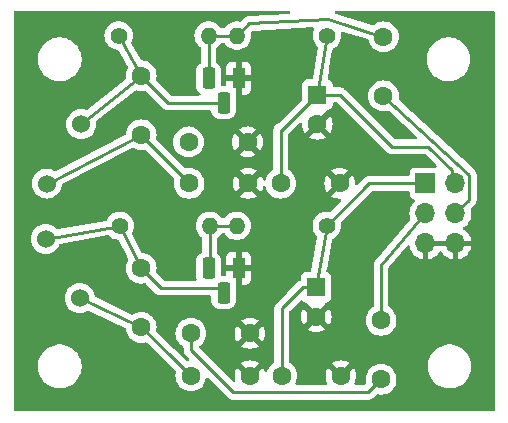
<source format=gbr>
%TF.GenerationSoftware,KiCad,Pcbnew,8.0.1*%
%TF.CreationDate,2024-03-20T08:47:03+01:00*%
%TF.ProjectId,GewitterMonitorAntenne,47657769-7474-4657-924d-6f6e69746f72,rev?*%
%TF.SameCoordinates,Original*%
%TF.FileFunction,Copper,L1,Top*%
%TF.FilePolarity,Positive*%
%FSLAX46Y46*%
G04 Gerber Fmt 4.6, Leading zero omitted, Abs format (unit mm)*
G04 Created by KiCad (PCBNEW 8.0.1) date 2024-03-20 08:47:03*
%MOMM*%
%LPD*%
G01*
G04 APERTURE LIST*
G04 Aperture macros list*
%AMRoundRect*
0 Rectangle with rounded corners*
0 $1 Rounding radius*
0 $2 $3 $4 $5 $6 $7 $8 $9 X,Y pos of 4 corners*
0 Add a 4 corners polygon primitive as box body*
4,1,4,$2,$3,$4,$5,$6,$7,$8,$9,$2,$3,0*
0 Add four circle primitives for the rounded corners*
1,1,$1+$1,$2,$3*
1,1,$1+$1,$4,$5*
1,1,$1+$1,$6,$7*
1,1,$1+$1,$8,$9*
0 Add four rect primitives between the rounded corners*
20,1,$1+$1,$2,$3,$4,$5,0*
20,1,$1+$1,$4,$5,$6,$7,0*
20,1,$1+$1,$6,$7,$8,$9,0*
20,1,$1+$1,$8,$9,$2,$3,0*%
G04 Aperture macros list end*
%TA.AperFunction,ComponentPad*%
%ADD10C,1.600000*%
%TD*%
%TA.AperFunction,ComponentPad*%
%ADD11C,1.400000*%
%TD*%
%TA.AperFunction,ComponentPad*%
%ADD12O,1.400000X1.400000*%
%TD*%
%TA.AperFunction,ComponentPad*%
%ADD13R,1.600000X1.600000*%
%TD*%
%TA.AperFunction,ComponentPad*%
%ADD14C,1.524000*%
%TD*%
%TA.AperFunction,ComponentPad*%
%ADD15R,1.100000X1.800000*%
%TD*%
%TA.AperFunction,ComponentPad*%
%ADD16RoundRect,0.275000X0.275000X0.625000X-0.275000X0.625000X-0.275000X-0.625000X0.275000X-0.625000X0*%
%TD*%
%TA.AperFunction,ComponentPad*%
%ADD17R,1.700000X1.700000*%
%TD*%
%TA.AperFunction,ComponentPad*%
%ADD18O,1.700000X1.700000*%
%TD*%
%TA.AperFunction,Conductor*%
%ADD19C,0.250000*%
%TD*%
G04 APERTURE END LIST*
D10*
%TO.P,C7,1*%
%TO.N,Net-(U2-In)*%
X148100000Y-84400000D03*
%TO.P,C7,2*%
%TO.N,Net-(C7-Pad2)*%
X148100000Y-89400000D03*
%TD*%
%TO.P,C5,1*%
%TO.N,Net-(U1-In)*%
X148100000Y-68100000D03*
%TO.P,C5,2*%
%TO.N,Net-(C5-Pad2)*%
X148100000Y-73100000D03*
%TD*%
D11*
%TO.P,R4,1*%
%TO.N,Net-(J1-Pin_1)*%
X163800000Y-80800000D03*
D12*
%TO.P,R4,2*%
%TO.N,Net-(U2-Out)*%
X156180000Y-80800000D03*
%TD*%
D13*
%TO.P,C2,1*%
%TO.N,Net-(J1-Pin_2)*%
X163000000Y-69700000D03*
D10*
%TO.P,C2,2*%
%TO.N,GND*%
X163000000Y-72200000D03*
%TD*%
D11*
%TO.P,R1,1*%
%TO.N,Net-(J1-Pin_2)*%
X163820000Y-64700000D03*
D12*
%TO.P,R1,2*%
%TO.N,Net-(U1-Out)*%
X156200000Y-64700000D03*
%TD*%
D14*
%TO.P,L2,2,2*%
%TO.N,Net-(C7-Pad2)*%
X142900000Y-86924871D03*
%TO.P,L2,1,1*%
%TO.N,Net-(U2-In)*%
X140000000Y-81901924D03*
%TD*%
D10*
%TO.P,C3,1*%
%TO.N,Net-(U1-Out)*%
X168600000Y-64800000D03*
%TO.P,C3,2*%
%TO.N,Net-(J1-Pin_4)*%
X168600000Y-69800000D03*
%TD*%
D11*
%TO.P,R3,1*%
%TO.N,Net-(U2-In)*%
X146280000Y-80800000D03*
D12*
%TO.P,R3,2*%
%TO.N,Net-(U2-Out)*%
X153900000Y-80800000D03*
%TD*%
D11*
%TO.P,R2,1*%
%TO.N,Net-(U1-In)*%
X146180000Y-64700000D03*
D12*
%TO.P,R2,2*%
%TO.N,Net-(U1-Out)*%
X153800000Y-64700000D03*
%TD*%
D15*
%TO.P,U1,1,GND*%
%TO.N,GND*%
X156340000Y-68300000D03*
D16*
%TO.P,U1,2,In*%
%TO.N,Net-(U1-In)*%
X155070000Y-70370000D03*
%TO.P,U1,3,Out*%
%TO.N,Net-(U1-Out)*%
X153800000Y-68300000D03*
%TD*%
D14*
%TO.P,L1,1,1*%
%TO.N,Net-(U1-In)*%
X143000000Y-72201924D03*
%TO.P,L1,2,2*%
%TO.N,Net-(C5-Pad2)*%
X140100000Y-77224871D03*
%TD*%
D10*
%TO.P,C6,1*%
%TO.N,Net-(C5-Pad2)*%
X152140000Y-77200000D03*
%TO.P,C6,2*%
%TO.N,GND*%
X157140000Y-77200000D03*
%TD*%
%TO.P,C8,1*%
%TO.N,Net-(C7-Pad2)*%
X152300000Y-93500000D03*
%TO.P,C8,2*%
%TO.N,GND*%
X157300000Y-93500000D03*
%TD*%
%TO.P,C9,1*%
%TO.N,Net-(U2-Out)*%
X152300000Y-89900000D03*
%TO.P,C9,2*%
%TO.N,GND*%
X157300000Y-89900000D03*
%TD*%
D13*
%TO.P,C12,1*%
%TO.N,Net-(J1-Pin_1)*%
X162900000Y-86000000D03*
D10*
%TO.P,C12,2*%
%TO.N,GND*%
X162900000Y-88500000D03*
%TD*%
%TO.P,C11,1*%
%TO.N,Net-(U2-Out)*%
X168400000Y-93800000D03*
%TO.P,C11,2*%
%TO.N,Net-(J1-Pin_3)*%
X168400000Y-88800000D03*
%TD*%
D17*
%TO.P,J1,1,Pin_1*%
%TO.N,Net-(J1-Pin_1)*%
X172160000Y-77220000D03*
D18*
%TO.P,J1,2,Pin_2*%
%TO.N,Net-(J1-Pin_2)*%
X174700000Y-77220000D03*
%TO.P,J1,3,Pin_3*%
%TO.N,Net-(J1-Pin_3)*%
X172160000Y-79760000D03*
%TO.P,J1,4,Pin_4*%
%TO.N,Net-(J1-Pin_4)*%
X174700000Y-79760000D03*
%TO.P,J1,5,Pin_5*%
%TO.N,GND*%
X172160000Y-82300000D03*
%TO.P,J1,6,Pin_6*%
X174700000Y-82300000D03*
%TD*%
D10*
%TO.P,C1,1*%
%TO.N,Net-(J1-Pin_2)*%
X159900000Y-77200000D03*
%TO.P,C1,2*%
%TO.N,GND*%
X164900000Y-77200000D03*
%TD*%
D15*
%TO.P,U2,1,GND*%
%TO.N,GND*%
X156340000Y-84400000D03*
D16*
%TO.P,U2,2,In*%
%TO.N,Net-(U2-In)*%
X155070000Y-86470000D03*
%TO.P,U2,3,Out*%
%TO.N,Net-(U2-Out)*%
X153800000Y-84400000D03*
%TD*%
D10*
%TO.P,C10,1*%
%TO.N,Net-(J1-Pin_1)*%
X160000000Y-93500000D03*
%TO.P,C10,2*%
%TO.N,GND*%
X165000000Y-93500000D03*
%TD*%
%TO.P,C4,1*%
%TO.N,Net-(U1-Out)*%
X152100000Y-73700000D03*
%TO.P,C4,2*%
%TO.N,GND*%
X157100000Y-73700000D03*
%TD*%
D19*
%TO.N,Net-(C7-Pad2)*%
X142900000Y-86924871D02*
X148100000Y-89400000D01*
%TO.N,Net-(U2-In)*%
X140000000Y-81901924D02*
X146280000Y-80800000D01*
%TO.N,Net-(U1-In)*%
X143000000Y-72201924D02*
X148100000Y-68100000D01*
%TO.N,Net-(C5-Pad2)*%
X140100000Y-77224871D02*
X148100000Y-73100000D01*
%TO.N,Net-(C7-Pad2)*%
X150700000Y-91900000D02*
X152300000Y-93500000D01*
X148100000Y-89400000D02*
X150700000Y-91900000D01*
%TO.N,Net-(C5-Pad2)*%
X148100000Y-73100000D02*
X152140000Y-77200000D01*
%TO.N,Net-(J1-Pin_2)*%
X163000000Y-69700000D02*
X163820000Y-64700000D01*
X174600000Y-77120000D02*
X174700000Y-77220000D01*
X159900000Y-72700000D02*
X159900000Y-77200000D01*
X160000000Y-72700000D02*
X159900000Y-72700000D01*
X164900000Y-69700000D02*
X169300000Y-74100000D01*
X169300000Y-74100000D02*
X172400000Y-74100000D01*
X174400000Y-76100000D02*
X174600000Y-77120000D01*
X172400000Y-74100000D02*
X174400000Y-76100000D01*
X163000000Y-69700000D02*
X160000000Y-72700000D01*
X163000000Y-69700000D02*
X164900000Y-69700000D01*
%TO.N,Net-(J1-Pin_4)*%
X175875000Y-76543630D02*
X175875000Y-78585000D01*
X175875000Y-78585000D02*
X174700000Y-79760000D01*
X168600000Y-69800000D02*
X175875000Y-76543630D01*
%TO.N,Net-(U1-Out)*%
X157225000Y-63675000D02*
X156200000Y-64700000D01*
X163900000Y-63300000D02*
X157225000Y-63675000D01*
X168600000Y-64800000D02*
X163900000Y-63300000D01*
X153800000Y-64700000D02*
X153800000Y-68700000D01*
X153800000Y-64700000D02*
X156200000Y-64700000D01*
%TO.N,Net-(U1-In)*%
X150400000Y-70400000D02*
X154640000Y-70400000D01*
X154640000Y-70400000D02*
X155070000Y-69970000D01*
X146180000Y-64700000D02*
X148100000Y-68100000D01*
X148100000Y-68100000D02*
X150400000Y-70400000D01*
%TO.N,Net-(U2-In)*%
X149770000Y-86070000D02*
X155070000Y-86070000D01*
X148100000Y-84400000D02*
X149770000Y-86070000D01*
X146280000Y-80800000D02*
X148100000Y-84400000D01*
%TO.N,Net-(U2-Out)*%
X153900000Y-80800000D02*
X153900000Y-84700000D01*
X155900000Y-94900000D02*
X152300000Y-91300000D01*
X167300000Y-94900000D02*
X155900000Y-94900000D01*
X153900000Y-80800000D02*
X156180000Y-80800000D01*
X168400000Y-93800000D02*
X167300000Y-94900000D01*
X153900000Y-84700000D02*
X153800000Y-84800000D01*
X152300000Y-91300000D02*
X152300000Y-89900000D01*
%TO.N,Net-(J1-Pin_1)*%
X162900000Y-86000000D02*
X163800000Y-80800000D01*
X172160000Y-77220000D02*
X167380000Y-77220000D01*
X161800000Y-86000000D02*
X162900000Y-86000000D01*
X167380000Y-77220000D02*
X163800000Y-80800000D01*
X160000000Y-87800000D02*
X161800000Y-86000000D01*
X160000000Y-93500000D02*
X160000000Y-87800000D01*
%TO.N,Net-(J1-Pin_3)*%
X168400000Y-84120000D02*
X172160000Y-79760000D01*
X168400000Y-88800000D02*
X168400000Y-84120000D01*
%TD*%
%TA.AperFunction,Conductor*%
%TO.N,GND*%
G36*
X160661885Y-62630685D02*
G01*
X160707640Y-62683489D01*
X160717584Y-62752647D01*
X160688559Y-62816203D01*
X160629781Y-62853977D01*
X160601801Y-62858805D01*
X157210909Y-63049305D01*
X157203954Y-63049500D01*
X157163388Y-63049500D01*
X157154590Y-63051250D01*
X157137372Y-63053435D01*
X157128413Y-63053938D01*
X157128401Y-63053940D01*
X157089111Y-63064075D01*
X157082335Y-63065622D01*
X157042547Y-63073537D01*
X157034259Y-63076970D01*
X157017797Y-63082473D01*
X157009105Y-63084715D01*
X157009097Y-63084718D01*
X156972540Y-63102323D01*
X156966197Y-63105161D01*
X156928713Y-63120688D01*
X156921248Y-63125676D01*
X156906177Y-63134284D01*
X156898088Y-63138180D01*
X156865661Y-63162584D01*
X156859993Y-63166605D01*
X156826275Y-63189136D01*
X156826263Y-63189146D01*
X156819916Y-63195492D01*
X156806826Y-63206864D01*
X156799640Y-63212273D01*
X156772584Y-63242549D01*
X156767806Y-63247602D01*
X156529893Y-63485515D01*
X156468570Y-63519000D01*
X156419428Y-63519723D01*
X156311243Y-63499500D01*
X156088757Y-63499500D01*
X155870060Y-63540382D01*
X155785190Y-63573261D01*
X155662601Y-63620752D01*
X155662595Y-63620754D01*
X155473439Y-63737874D01*
X155473437Y-63737876D01*
X155309020Y-63887761D01*
X155205212Y-64025227D01*
X155149103Y-64066863D01*
X155106258Y-64074500D01*
X154893742Y-64074500D01*
X154826703Y-64054815D01*
X154794788Y-64025227D01*
X154690979Y-63887761D01*
X154526562Y-63737876D01*
X154526560Y-63737874D01*
X154337404Y-63620754D01*
X154337398Y-63620752D01*
X154129940Y-63540382D01*
X153911243Y-63499500D01*
X153688757Y-63499500D01*
X153470060Y-63540382D01*
X153385190Y-63573261D01*
X153262601Y-63620752D01*
X153262595Y-63620754D01*
X153073439Y-63737874D01*
X153073437Y-63737876D01*
X152909020Y-63887761D01*
X152774943Y-64065308D01*
X152774938Y-64065316D01*
X152675775Y-64264461D01*
X152675769Y-64264476D01*
X152614885Y-64478462D01*
X152614884Y-64478464D01*
X152594357Y-64699999D01*
X152594357Y-64700000D01*
X152614884Y-64921535D01*
X152614885Y-64921537D01*
X152675769Y-65135523D01*
X152675775Y-65135538D01*
X152774938Y-65334683D01*
X152774943Y-65334691D01*
X152909020Y-65512238D01*
X153073433Y-65662120D01*
X153073435Y-65662122D01*
X153073437Y-65662123D01*
X153073438Y-65662124D01*
X153115778Y-65688339D01*
X153162412Y-65740364D01*
X153174500Y-65793765D01*
X153174500Y-66910818D01*
X153154815Y-66977857D01*
X153116472Y-67015812D01*
X153038423Y-67064853D01*
X152914853Y-67188423D01*
X152821877Y-67336395D01*
X152764159Y-67501341D01*
X152764157Y-67501351D01*
X152749500Y-67631441D01*
X152749500Y-68968558D01*
X152764157Y-69098648D01*
X152764159Y-69098658D01*
X152821877Y-69263604D01*
X152914853Y-69411576D01*
X153038426Y-69535149D01*
X153054910Y-69545506D01*
X153101202Y-69597840D01*
X153111851Y-69666894D01*
X153083476Y-69730742D01*
X153025086Y-69769114D01*
X152988939Y-69774500D01*
X150710452Y-69774500D01*
X150643413Y-69754815D01*
X150622771Y-69738181D01*
X149399412Y-68514822D01*
X149365927Y-68453499D01*
X149367318Y-68395048D01*
X149385635Y-68326692D01*
X149405468Y-68100000D01*
X149385635Y-67873308D01*
X149326739Y-67653504D01*
X149230568Y-67447266D01*
X149100047Y-67260861D01*
X149100045Y-67260858D01*
X148939141Y-67099954D01*
X148752734Y-66969432D01*
X148752732Y-66969431D01*
X148546497Y-66873261D01*
X148546488Y-66873258D01*
X148326697Y-66814366D01*
X148326687Y-66814364D01*
X148145210Y-66798487D01*
X148080142Y-66773034D01*
X148048046Y-66735933D01*
X147261649Y-65343356D01*
X147245825Y-65275304D01*
X147258623Y-65227115D01*
X147304229Y-65135528D01*
X147365115Y-64921536D01*
X147385643Y-64700000D01*
X147365115Y-64478464D01*
X147304229Y-64264472D01*
X147304224Y-64264461D01*
X147205061Y-64065316D01*
X147205056Y-64065308D01*
X147070979Y-63887761D01*
X146906562Y-63737876D01*
X146906560Y-63737874D01*
X146717404Y-63620754D01*
X146717398Y-63620752D01*
X146509940Y-63540382D01*
X146291243Y-63499500D01*
X146068757Y-63499500D01*
X145850060Y-63540382D01*
X145765190Y-63573261D01*
X145642601Y-63620752D01*
X145642595Y-63620754D01*
X145453439Y-63737874D01*
X145453437Y-63737876D01*
X145289020Y-63887761D01*
X145154943Y-64065308D01*
X145154938Y-64065316D01*
X145055775Y-64264461D01*
X145055769Y-64264476D01*
X144994885Y-64478462D01*
X144994884Y-64478464D01*
X144974357Y-64699999D01*
X144974357Y-64700000D01*
X144994884Y-64921535D01*
X144994885Y-64921537D01*
X145055769Y-65135523D01*
X145055775Y-65135538D01*
X145154938Y-65334683D01*
X145154943Y-65334691D01*
X145289020Y-65512238D01*
X145453437Y-65662123D01*
X145453439Y-65662125D01*
X145642595Y-65779245D01*
X145642596Y-65779245D01*
X145642599Y-65779247D01*
X145850060Y-65859618D01*
X146068757Y-65900500D01*
X146068760Y-65900500D01*
X146074466Y-65901029D01*
X146074321Y-65902589D01*
X146134244Y-65920185D01*
X146175177Y-65963526D01*
X146743218Y-66969431D01*
X146957789Y-67349401D01*
X146973614Y-67417455D01*
X146962198Y-67462779D01*
X146873262Y-67653502D01*
X146873258Y-67653511D01*
X146814366Y-67873302D01*
X146814364Y-67873313D01*
X146794532Y-68099998D01*
X146794532Y-68100002D01*
X146808973Y-68265072D01*
X146795206Y-68333572D01*
X146763160Y-68372504D01*
X143519372Y-70981479D01*
X143454796Y-71008156D01*
X143409564Y-71004629D01*
X143220073Y-70953855D01*
X143220069Y-70953854D01*
X143220068Y-70953854D01*
X143220067Y-70953853D01*
X143220062Y-70953853D01*
X143000002Y-70934601D01*
X142999998Y-70934601D01*
X142779937Y-70953853D01*
X142779929Y-70953854D01*
X142566554Y-71011028D01*
X142566548Y-71011031D01*
X142366340Y-71104389D01*
X142366338Y-71104390D01*
X142185377Y-71231099D01*
X142029175Y-71387301D01*
X141902466Y-71568262D01*
X141902465Y-71568264D01*
X141809107Y-71768472D01*
X141809104Y-71768478D01*
X141751930Y-71981853D01*
X141751929Y-71981861D01*
X141732677Y-72201921D01*
X141732677Y-72201926D01*
X141751929Y-72421986D01*
X141751930Y-72421994D01*
X141809104Y-72635369D01*
X141809105Y-72635371D01*
X141809106Y-72635374D01*
X141839220Y-72699953D01*
X141902466Y-72835586D01*
X141902468Y-72835590D01*
X142029170Y-73016539D01*
X142029175Y-73016545D01*
X142185378Y-73172748D01*
X142185384Y-73172753D01*
X142366333Y-73299455D01*
X142366335Y-73299456D01*
X142366338Y-73299458D01*
X142566550Y-73392818D01*
X142779932Y-73449994D01*
X142923897Y-73462589D01*
X142999998Y-73469247D01*
X143000000Y-73469247D01*
X143000002Y-73469247D01*
X143055017Y-73464433D01*
X143220068Y-73449994D01*
X143433450Y-73392818D01*
X143633662Y-73299458D01*
X143814620Y-73172750D01*
X143970826Y-73016544D01*
X144097534Y-72835586D01*
X144190894Y-72635374D01*
X144248070Y-72421992D01*
X144266254Y-72214142D01*
X144267323Y-72201926D01*
X144267323Y-72201923D01*
X144262403Y-72145689D01*
X144255388Y-72065512D01*
X144269154Y-71997014D01*
X144301199Y-71958082D01*
X147543938Y-69349951D01*
X147608512Y-69323276D01*
X147653741Y-69326802D01*
X147873308Y-69385635D01*
X148030780Y-69399412D01*
X148099998Y-69405468D01*
X148100000Y-69405468D01*
X148100002Y-69405468D01*
X148169220Y-69399412D01*
X148326692Y-69385635D01*
X148395048Y-69367319D01*
X148464896Y-69368980D01*
X148514822Y-69399412D01*
X149911016Y-70795606D01*
X149911045Y-70795637D01*
X150001263Y-70885855D01*
X150001267Y-70885858D01*
X150103707Y-70954307D01*
X150103713Y-70954310D01*
X150103714Y-70954311D01*
X150217548Y-71001463D01*
X150233465Y-71004629D01*
X150265610Y-71011023D01*
X150265626Y-71011026D01*
X150265646Y-71011030D01*
X150338391Y-71025499D01*
X150338392Y-71025500D01*
X150338393Y-71025500D01*
X150338394Y-71025500D01*
X153907216Y-71025500D01*
X153974255Y-71045185D01*
X154020010Y-71097989D01*
X154030436Y-71135618D01*
X154034157Y-71168648D01*
X154034159Y-71168658D01*
X154091877Y-71333604D01*
X154091878Y-71333606D01*
X154184853Y-71481576D01*
X154308424Y-71605147D01*
X154456394Y-71698122D01*
X154621343Y-71755841D01*
X154621349Y-71755841D01*
X154621351Y-71755842D01*
X154662750Y-71760506D01*
X154751442Y-71770499D01*
X154751445Y-71770500D01*
X154751448Y-71770500D01*
X155388555Y-71770500D01*
X155388556Y-71770499D01*
X155518657Y-71755841D01*
X155683606Y-71698122D01*
X155831576Y-71605147D01*
X155955147Y-71481576D01*
X156048122Y-71333606D01*
X156105841Y-71168657D01*
X156120500Y-71038552D01*
X156120500Y-69701448D01*
X156112238Y-69628122D01*
X156105842Y-69571348D01*
X156105840Y-69571340D01*
X156096958Y-69545955D01*
X156090000Y-69505001D01*
X156090000Y-68980330D01*
X156109745Y-69000075D01*
X156195255Y-69049444D01*
X156290630Y-69075000D01*
X156389370Y-69075000D01*
X156484745Y-69049444D01*
X156570255Y-69000075D01*
X156590000Y-68980330D01*
X156590000Y-69700000D01*
X156937828Y-69700000D01*
X156937844Y-69699999D01*
X156997372Y-69693598D01*
X156997379Y-69693596D01*
X157132086Y-69643354D01*
X157132093Y-69643350D01*
X157247187Y-69557190D01*
X157247190Y-69557187D01*
X157333350Y-69442093D01*
X157333354Y-69442086D01*
X157383596Y-69307379D01*
X157383598Y-69307372D01*
X157389999Y-69247844D01*
X157390000Y-69247827D01*
X157390000Y-68550000D01*
X156686410Y-68550000D01*
X156640075Y-68469745D01*
X156570255Y-68399925D01*
X156484745Y-68350556D01*
X156389370Y-68325000D01*
X156290630Y-68325000D01*
X156195255Y-68350556D01*
X156109745Y-68399925D01*
X156039925Y-68469745D01*
X155993590Y-68550000D01*
X155290000Y-68550000D01*
X155290000Y-68845500D01*
X155270315Y-68912539D01*
X155217511Y-68958294D01*
X155166000Y-68969500D01*
X154974500Y-68969500D01*
X154907461Y-68949815D01*
X154861706Y-68897011D01*
X154850500Y-68845500D01*
X154850500Y-68050000D01*
X155290000Y-68050000D01*
X156090000Y-68050000D01*
X156090000Y-66900000D01*
X156590000Y-66900000D01*
X156590000Y-68050000D01*
X157390000Y-68050000D01*
X157390000Y-67352172D01*
X157389999Y-67352155D01*
X157383598Y-67292627D01*
X157383596Y-67292620D01*
X157333354Y-67157913D01*
X157333350Y-67157906D01*
X157247190Y-67042812D01*
X157247187Y-67042809D01*
X157132093Y-66956649D01*
X157132086Y-66956645D01*
X156997379Y-66906403D01*
X156997372Y-66906401D01*
X156937844Y-66900000D01*
X156590000Y-66900000D01*
X156090000Y-66900000D01*
X155742155Y-66900000D01*
X155682627Y-66906401D01*
X155682620Y-66906403D01*
X155547913Y-66956645D01*
X155547906Y-66956649D01*
X155432812Y-67042809D01*
X155432809Y-67042812D01*
X155346649Y-67157906D01*
X155346645Y-67157913D01*
X155296403Y-67292620D01*
X155296401Y-67292627D01*
X155290000Y-67352155D01*
X155290000Y-68050000D01*
X154850500Y-68050000D01*
X154850500Y-67631445D01*
X154850499Y-67631441D01*
X154835842Y-67501351D01*
X154835841Y-67501349D01*
X154835841Y-67501343D01*
X154778122Y-67336394D01*
X154685147Y-67188424D01*
X154561576Y-67064853D01*
X154526493Y-67042809D01*
X154483528Y-67015812D01*
X154437237Y-66963477D01*
X154425500Y-66910818D01*
X154425500Y-65793765D01*
X154445185Y-65726726D01*
X154484220Y-65688340D01*
X154526562Y-65662124D01*
X154690981Y-65512236D01*
X154794788Y-65374772D01*
X154850897Y-65333137D01*
X154893742Y-65325500D01*
X155106258Y-65325500D01*
X155173297Y-65345185D01*
X155205212Y-65374773D01*
X155309020Y-65512238D01*
X155473437Y-65662123D01*
X155473439Y-65662125D01*
X155662595Y-65779245D01*
X155662596Y-65779245D01*
X155662599Y-65779247D01*
X155870060Y-65859618D01*
X156088757Y-65900500D01*
X156088759Y-65900500D01*
X156311241Y-65900500D01*
X156311243Y-65900500D01*
X156529940Y-65859618D01*
X156737401Y-65779247D01*
X156926562Y-65662124D01*
X157090981Y-65512236D01*
X157225058Y-65334689D01*
X157324229Y-65135528D01*
X157385115Y-64921536D01*
X157405643Y-64700000D01*
X157385115Y-64478464D01*
X157385112Y-64478454D01*
X157384685Y-64476167D01*
X157384798Y-64475046D01*
X157384586Y-64472755D01*
X157385034Y-64472713D01*
X157391713Y-64406651D01*
X157418890Y-64365698D01*
X157464998Y-64319590D01*
X157526319Y-64286107D01*
X157545719Y-64283468D01*
X162621170Y-63998330D01*
X162689206Y-64014223D01*
X162737850Y-64064378D01*
X162751657Y-64132870D01*
X162739124Y-64177406D01*
X162695774Y-64264465D01*
X162695769Y-64264476D01*
X162634885Y-64478462D01*
X162634884Y-64478464D01*
X162614357Y-64699999D01*
X162614357Y-64700000D01*
X162634884Y-64921535D01*
X162634885Y-64921537D01*
X162695769Y-65135523D01*
X162695775Y-65135538D01*
X162794938Y-65334683D01*
X162794943Y-65334691D01*
X162929020Y-65512238D01*
X162987105Y-65565189D01*
X163023387Y-65624900D01*
X163025932Y-65676894D01*
X162596470Y-68295568D01*
X162566196Y-68358538D01*
X162506683Y-68395144D01*
X162474105Y-68399500D01*
X162152130Y-68399500D01*
X162152123Y-68399501D01*
X162092516Y-68405908D01*
X161957671Y-68456202D01*
X161957664Y-68456206D01*
X161842455Y-68542452D01*
X161842452Y-68542455D01*
X161756206Y-68657664D01*
X161756202Y-68657671D01*
X161705908Y-68792517D01*
X161699501Y-68852116D01*
X161699501Y-68852123D01*
X161699500Y-68852135D01*
X161699500Y-70064546D01*
X161679815Y-70131585D01*
X161663181Y-70152227D01*
X159733836Y-72081572D01*
X159693609Y-72108451D01*
X159603720Y-72145685D01*
X159603711Y-72145690D01*
X159501271Y-72214138D01*
X159501263Y-72214144D01*
X159414144Y-72301263D01*
X159414141Y-72301267D01*
X159345692Y-72403707D01*
X159345687Y-72403716D01*
X159298538Y-72517545D01*
X159298535Y-72517555D01*
X159274500Y-72638389D01*
X159274500Y-75985811D01*
X159254815Y-76052850D01*
X159221623Y-76087386D01*
X159060859Y-76199953D01*
X158899954Y-76360858D01*
X158769432Y-76547265D01*
X158769431Y-76547267D01*
X158673261Y-76753502D01*
X158673258Y-76753511D01*
X158639516Y-76879441D01*
X158603151Y-76939102D01*
X158540304Y-76969631D01*
X158470928Y-76961336D01*
X158417051Y-76916851D01*
X158399966Y-76879441D01*
X158366269Y-76753682D01*
X158366264Y-76753668D01*
X158270136Y-76547521D01*
X158270132Y-76547513D01*
X158219025Y-76474526D01*
X157540000Y-77153551D01*
X157540000Y-77147339D01*
X157512741Y-77045606D01*
X157460080Y-76954394D01*
X157385606Y-76879920D01*
X157294394Y-76827259D01*
X157192661Y-76800000D01*
X157186448Y-76800000D01*
X157865472Y-76120974D01*
X157792478Y-76069863D01*
X157586331Y-75973735D01*
X157586317Y-75973730D01*
X157366610Y-75914860D01*
X157366599Y-75914858D01*
X157140002Y-75895034D01*
X157139998Y-75895034D01*
X156913400Y-75914858D01*
X156913389Y-75914860D01*
X156693682Y-75973730D01*
X156693673Y-75973734D01*
X156487516Y-76069866D01*
X156487512Y-76069868D01*
X156414526Y-76120973D01*
X156414526Y-76120974D01*
X157093553Y-76800000D01*
X157087339Y-76800000D01*
X156985606Y-76827259D01*
X156894394Y-76879920D01*
X156819920Y-76954394D01*
X156767259Y-77045606D01*
X156740000Y-77147339D01*
X156740000Y-77153552D01*
X156060974Y-76474526D01*
X156060973Y-76474526D01*
X156009868Y-76547512D01*
X156009866Y-76547516D01*
X155913734Y-76753673D01*
X155913730Y-76753682D01*
X155854860Y-76973389D01*
X155854858Y-76973400D01*
X155835034Y-77199997D01*
X155835034Y-77200002D01*
X155854858Y-77426599D01*
X155854860Y-77426610D01*
X155913730Y-77646317D01*
X155913735Y-77646331D01*
X156009863Y-77852478D01*
X156060974Y-77925472D01*
X156740000Y-77246446D01*
X156740000Y-77252661D01*
X156767259Y-77354394D01*
X156819920Y-77445606D01*
X156894394Y-77520080D01*
X156985606Y-77572741D01*
X157087339Y-77600000D01*
X157093553Y-77600000D01*
X156414526Y-78279025D01*
X156487513Y-78330132D01*
X156487521Y-78330136D01*
X156693668Y-78426264D01*
X156693682Y-78426269D01*
X156913389Y-78485139D01*
X156913400Y-78485141D01*
X157139998Y-78504966D01*
X157140002Y-78504966D01*
X157366599Y-78485141D01*
X157366610Y-78485139D01*
X157586317Y-78426269D01*
X157586331Y-78426264D01*
X157792478Y-78330136D01*
X157865471Y-78279024D01*
X157186447Y-77600000D01*
X157192661Y-77600000D01*
X157294394Y-77572741D01*
X157385606Y-77520080D01*
X157460080Y-77445606D01*
X157512741Y-77354394D01*
X157540000Y-77252661D01*
X157540000Y-77246447D01*
X158219024Y-77925471D01*
X158270136Y-77852478D01*
X158366264Y-77646331D01*
X158366269Y-77646317D01*
X158399966Y-77520558D01*
X158436331Y-77460897D01*
X158499178Y-77430368D01*
X158568553Y-77438663D01*
X158622431Y-77483148D01*
X158639516Y-77520558D01*
X158673258Y-77646488D01*
X158673261Y-77646497D01*
X158769431Y-77852732D01*
X158769432Y-77852734D01*
X158899954Y-78039141D01*
X159060858Y-78200045D01*
X159060861Y-78200047D01*
X159247266Y-78330568D01*
X159453504Y-78426739D01*
X159453509Y-78426740D01*
X159453511Y-78426741D01*
X159506415Y-78440916D01*
X159673308Y-78485635D01*
X159835230Y-78499801D01*
X159899998Y-78505468D01*
X159900000Y-78505468D01*
X159900002Y-78505468D01*
X159956673Y-78500509D01*
X160126692Y-78485635D01*
X160346496Y-78426739D01*
X160552734Y-78330568D01*
X160739139Y-78200047D01*
X160900047Y-78039139D01*
X161030568Y-77852734D01*
X161126739Y-77646496D01*
X161185635Y-77426692D01*
X161205468Y-77200000D01*
X161205467Y-77199993D01*
X161185635Y-76973313D01*
X161185635Y-76973308D01*
X161126739Y-76753504D01*
X161030568Y-76547266D01*
X160900047Y-76360861D01*
X160900045Y-76360858D01*
X160739140Y-76199953D01*
X160578377Y-76087386D01*
X160534752Y-76032809D01*
X160525500Y-75985811D01*
X160525500Y-73110451D01*
X160545185Y-73043412D01*
X160561814Y-73022775D01*
X161483899Y-72100690D01*
X161545219Y-72067207D01*
X161614910Y-72072191D01*
X161670844Y-72114063D01*
X161695261Y-72179527D01*
X161695106Y-72199169D01*
X161695034Y-72199992D01*
X161695034Y-72200002D01*
X161714858Y-72426599D01*
X161714860Y-72426610D01*
X161773730Y-72646317D01*
X161773735Y-72646331D01*
X161869863Y-72852478D01*
X161920974Y-72925472D01*
X162600000Y-72246446D01*
X162600000Y-72252661D01*
X162627259Y-72354394D01*
X162679920Y-72445606D01*
X162754394Y-72520080D01*
X162845606Y-72572741D01*
X162947339Y-72600000D01*
X162953553Y-72600000D01*
X162274526Y-73279025D01*
X162347513Y-73330132D01*
X162347521Y-73330136D01*
X162553668Y-73426264D01*
X162553682Y-73426269D01*
X162773389Y-73485139D01*
X162773400Y-73485141D01*
X162999998Y-73504966D01*
X163000002Y-73504966D01*
X163226599Y-73485141D01*
X163226610Y-73485139D01*
X163446317Y-73426269D01*
X163446331Y-73426264D01*
X163652478Y-73330136D01*
X163725471Y-73279024D01*
X163046447Y-72600000D01*
X163052661Y-72600000D01*
X163154394Y-72572741D01*
X163245606Y-72520080D01*
X163320080Y-72445606D01*
X163372741Y-72354394D01*
X163400000Y-72252661D01*
X163400000Y-72246447D01*
X164079024Y-72925471D01*
X164130136Y-72852478D01*
X164226264Y-72646331D01*
X164226269Y-72646317D01*
X164285139Y-72426610D01*
X164285141Y-72426599D01*
X164304966Y-72200002D01*
X164304966Y-72199997D01*
X164285141Y-71973400D01*
X164285139Y-71973389D01*
X164226269Y-71753682D01*
X164226264Y-71753668D01*
X164130136Y-71547521D01*
X164130132Y-71547513D01*
X164079025Y-71474526D01*
X163400000Y-72153551D01*
X163400000Y-72147339D01*
X163372741Y-72045606D01*
X163320080Y-71954394D01*
X163245606Y-71879920D01*
X163154394Y-71827259D01*
X163052661Y-71800000D01*
X163046446Y-71800000D01*
X163730645Y-71115801D01*
X163740492Y-71066807D01*
X163789107Y-71016624D01*
X163844633Y-71001981D01*
X163844576Y-71000900D01*
X163844571Y-71000854D01*
X163844573Y-71000853D01*
X163844564Y-71000676D01*
X163847857Y-71000499D01*
X163847872Y-71000499D01*
X163907483Y-70994091D01*
X164042331Y-70943796D01*
X164157546Y-70857546D01*
X164243796Y-70742331D01*
X164294091Y-70607483D01*
X164300500Y-70547873D01*
X164300500Y-70449500D01*
X164320185Y-70382461D01*
X164372989Y-70336706D01*
X164424500Y-70325500D01*
X164589548Y-70325500D01*
X164656587Y-70345185D01*
X164677229Y-70361819D01*
X168901263Y-74585855D01*
X168901267Y-74585858D01*
X169003710Y-74654309D01*
X169003711Y-74654309D01*
X169003715Y-74654312D01*
X169070396Y-74681931D01*
X169070398Y-74681933D01*
X169117543Y-74701461D01*
X169117548Y-74701463D01*
X169137597Y-74705451D01*
X169171196Y-74712134D01*
X169238392Y-74725501D01*
X169238394Y-74725501D01*
X169367721Y-74725501D01*
X169367741Y-74725500D01*
X172089548Y-74725500D01*
X172156587Y-74745185D01*
X172177229Y-74761819D01*
X173073229Y-75657819D01*
X173106714Y-75719142D01*
X173101730Y-75788834D01*
X173059858Y-75844767D01*
X172994394Y-75869184D01*
X172985548Y-75869500D01*
X171262129Y-75869500D01*
X171262123Y-75869501D01*
X171202516Y-75875908D01*
X171067671Y-75926202D01*
X171067664Y-75926206D01*
X170952455Y-76012452D01*
X170952452Y-76012455D01*
X170866206Y-76127664D01*
X170866202Y-76127671D01*
X170815908Y-76262517D01*
X170809501Y-76322116D01*
X170809500Y-76322135D01*
X170809500Y-76470500D01*
X170789815Y-76537539D01*
X170737011Y-76583294D01*
X170685500Y-76594500D01*
X167447741Y-76594500D01*
X167447721Y-76594499D01*
X167441607Y-76594499D01*
X167318394Y-76594499D01*
X167217597Y-76614548D01*
X167217592Y-76614548D01*
X167197549Y-76618536D01*
X167159872Y-76634143D01*
X167159871Y-76634143D01*
X167083721Y-76665684D01*
X167083708Y-76665691D01*
X166981267Y-76734141D01*
X166981263Y-76734144D01*
X166416103Y-77299304D01*
X166354780Y-77332789D01*
X166285088Y-77327805D01*
X166229155Y-77285933D01*
X166204738Y-77220469D01*
X166204895Y-77200800D01*
X166204965Y-77199993D01*
X166185141Y-76973400D01*
X166185139Y-76973389D01*
X166126269Y-76753682D01*
X166126264Y-76753668D01*
X166030136Y-76547521D01*
X166030132Y-76547513D01*
X165979025Y-76474526D01*
X165300000Y-77153552D01*
X165300000Y-77147339D01*
X165272741Y-77045606D01*
X165220080Y-76954394D01*
X165145606Y-76879920D01*
X165054394Y-76827259D01*
X164952661Y-76800000D01*
X164946448Y-76800000D01*
X165625472Y-76120974D01*
X165552478Y-76069863D01*
X165346331Y-75973735D01*
X165346317Y-75973730D01*
X165126610Y-75914860D01*
X165126599Y-75914858D01*
X164900002Y-75895034D01*
X164899998Y-75895034D01*
X164673400Y-75914858D01*
X164673389Y-75914860D01*
X164453682Y-75973730D01*
X164453673Y-75973734D01*
X164247516Y-76069866D01*
X164247512Y-76069868D01*
X164174526Y-76120973D01*
X164174526Y-76120974D01*
X164853553Y-76800000D01*
X164847339Y-76800000D01*
X164745606Y-76827259D01*
X164654394Y-76879920D01*
X164579920Y-76954394D01*
X164527259Y-77045606D01*
X164500000Y-77147339D01*
X164500000Y-77153552D01*
X163820974Y-76474526D01*
X163820973Y-76474526D01*
X163769868Y-76547512D01*
X163769866Y-76547516D01*
X163673734Y-76753673D01*
X163673730Y-76753682D01*
X163614860Y-76973389D01*
X163614858Y-76973400D01*
X163595034Y-77199997D01*
X163595034Y-77200002D01*
X163614858Y-77426599D01*
X163614860Y-77426610D01*
X163673730Y-77646317D01*
X163673735Y-77646331D01*
X163769863Y-77852478D01*
X163820974Y-77925472D01*
X164500000Y-77246446D01*
X164500000Y-77252661D01*
X164527259Y-77354394D01*
X164579920Y-77445606D01*
X164654394Y-77520080D01*
X164745606Y-77572741D01*
X164847339Y-77600000D01*
X164853553Y-77600000D01*
X164174526Y-78279025D01*
X164247513Y-78330132D01*
X164247521Y-78330136D01*
X164453668Y-78426264D01*
X164453682Y-78426269D01*
X164673389Y-78485139D01*
X164673400Y-78485141D01*
X164899993Y-78504965D01*
X164900800Y-78504895D01*
X164901154Y-78504966D01*
X164905414Y-78504966D01*
X164905414Y-78505821D01*
X164969302Y-78518653D01*
X165019491Y-78567262D01*
X165035433Y-78635289D01*
X165012066Y-78701136D01*
X164999304Y-78716103D01*
X164129893Y-79585515D01*
X164068570Y-79619000D01*
X164019428Y-79619723D01*
X163911243Y-79599500D01*
X163688757Y-79599500D01*
X163470060Y-79640382D01*
X163338864Y-79691207D01*
X163262601Y-79720752D01*
X163262595Y-79720754D01*
X163073439Y-79837874D01*
X163073437Y-79837876D01*
X162909020Y-79987761D01*
X162774943Y-80165308D01*
X162774938Y-80165316D01*
X162675775Y-80364461D01*
X162675769Y-80364476D01*
X162614885Y-80578462D01*
X162614884Y-80578464D01*
X162594357Y-80799999D01*
X162594357Y-80800000D01*
X162614884Y-81021535D01*
X162614885Y-81021537D01*
X162675769Y-81235523D01*
X162675775Y-81235538D01*
X162774938Y-81434683D01*
X162774943Y-81434691D01*
X162843366Y-81525298D01*
X162903765Y-81605279D01*
X162909021Y-81612238D01*
X162909024Y-81612241D01*
X162958628Y-81657461D01*
X162994910Y-81717172D01*
X162997273Y-81770245D01*
X162508088Y-84596647D01*
X162477259Y-84659347D01*
X162417426Y-84695427D01*
X162385905Y-84699500D01*
X162052130Y-84699500D01*
X162052123Y-84699501D01*
X161992516Y-84705908D01*
X161857671Y-84756202D01*
X161857664Y-84756206D01*
X161742455Y-84842452D01*
X161742452Y-84842455D01*
X161656206Y-84957664D01*
X161656202Y-84957671D01*
X161605908Y-85092517D01*
X161605096Y-85100075D01*
X161599501Y-85152123D01*
X161599500Y-85152135D01*
X161599500Y-85323158D01*
X161579815Y-85390197D01*
X161527011Y-85435952D01*
X161522958Y-85437717D01*
X161503714Y-85445688D01*
X161412863Y-85506394D01*
X161405108Y-85511576D01*
X161403187Y-85512859D01*
X161401264Y-85514144D01*
X160423990Y-86491419D01*
X159601269Y-87314140D01*
X159601267Y-87314142D01*
X159557705Y-87357703D01*
X159514144Y-87401264D01*
X159514142Y-87401267D01*
X159492534Y-87433606D01*
X159492533Y-87433608D01*
X159492532Y-87433607D01*
X159445689Y-87503712D01*
X159445685Y-87503719D01*
X159422982Y-87558532D01*
X159422982Y-87558533D01*
X159398538Y-87617545D01*
X159398535Y-87617555D01*
X159374500Y-87738389D01*
X159374500Y-92285811D01*
X159354815Y-92352850D01*
X159321623Y-92387386D01*
X159160859Y-92499953D01*
X158999954Y-92660858D01*
X158869432Y-92847265D01*
X158869431Y-92847267D01*
X158773261Y-93053502D01*
X158773256Y-93053517D01*
X158769515Y-93067480D01*
X158733150Y-93127140D01*
X158670302Y-93157668D01*
X158600927Y-93149373D01*
X158547049Y-93104886D01*
X158529966Y-93067479D01*
X158526268Y-93053680D01*
X158526264Y-93053668D01*
X158430136Y-92847521D01*
X158430132Y-92847513D01*
X158379025Y-92774526D01*
X157700000Y-93453551D01*
X157700000Y-93447339D01*
X157672741Y-93345606D01*
X157620080Y-93254394D01*
X157545606Y-93179920D01*
X157454394Y-93127259D01*
X157352661Y-93100000D01*
X157346448Y-93100000D01*
X158025472Y-92420974D01*
X157952478Y-92369863D01*
X157746331Y-92273735D01*
X157746317Y-92273730D01*
X157526610Y-92214860D01*
X157526599Y-92214858D01*
X157300002Y-92195034D01*
X157299998Y-92195034D01*
X157073400Y-92214858D01*
X157073389Y-92214860D01*
X156853682Y-92273730D01*
X156853673Y-92273734D01*
X156647516Y-92369866D01*
X156647512Y-92369868D01*
X156574526Y-92420973D01*
X156574526Y-92420974D01*
X157253553Y-93100000D01*
X157247339Y-93100000D01*
X157145606Y-93127259D01*
X157054394Y-93179920D01*
X156979920Y-93254394D01*
X156927259Y-93345606D01*
X156900000Y-93447339D01*
X156900000Y-93453552D01*
X156220974Y-92774526D01*
X156220973Y-92774526D01*
X156169868Y-92847512D01*
X156169866Y-92847516D01*
X156073734Y-93053673D01*
X156073730Y-93053682D01*
X156014860Y-93273389D01*
X156014858Y-93273400D01*
X155995034Y-93499997D01*
X155995034Y-93500002D01*
X156014858Y-93726599D01*
X156014860Y-93726610D01*
X156042835Y-93831015D01*
X156041172Y-93900865D01*
X156002009Y-93958727D01*
X155937780Y-93986231D01*
X155868878Y-93974644D01*
X155835379Y-93950789D01*
X153035127Y-91150537D01*
X153001642Y-91089214D01*
X153006626Y-91019522D01*
X153048498Y-90963589D01*
X153051615Y-90961330D01*
X153139139Y-90900047D01*
X153300047Y-90739139D01*
X153430568Y-90552734D01*
X153526739Y-90346496D01*
X153585635Y-90126692D01*
X153605468Y-89900002D01*
X155995034Y-89900002D01*
X156014858Y-90126599D01*
X156014860Y-90126610D01*
X156073730Y-90346317D01*
X156073735Y-90346331D01*
X156169863Y-90552478D01*
X156220974Y-90625472D01*
X156900000Y-89946446D01*
X156900000Y-89952661D01*
X156927259Y-90054394D01*
X156979920Y-90145606D01*
X157054394Y-90220080D01*
X157145606Y-90272741D01*
X157247339Y-90300000D01*
X157253553Y-90300000D01*
X156574526Y-90979025D01*
X156647513Y-91030132D01*
X156647521Y-91030136D01*
X156853668Y-91126264D01*
X156853682Y-91126269D01*
X157073389Y-91185139D01*
X157073400Y-91185141D01*
X157299998Y-91204966D01*
X157300002Y-91204966D01*
X157526599Y-91185141D01*
X157526610Y-91185139D01*
X157746317Y-91126269D01*
X157746331Y-91126264D01*
X157952478Y-91030136D01*
X158025471Y-90979024D01*
X157346447Y-90300000D01*
X157352661Y-90300000D01*
X157454394Y-90272741D01*
X157545606Y-90220080D01*
X157620080Y-90145606D01*
X157672741Y-90054394D01*
X157700000Y-89952661D01*
X157700000Y-89946447D01*
X158379024Y-90625471D01*
X158430136Y-90552478D01*
X158526264Y-90346331D01*
X158526269Y-90346317D01*
X158585139Y-90126610D01*
X158585141Y-90126599D01*
X158604966Y-89900002D01*
X158604966Y-89899997D01*
X158585141Y-89673400D01*
X158585139Y-89673389D01*
X158526269Y-89453682D01*
X158526264Y-89453668D01*
X158430136Y-89247521D01*
X158430132Y-89247513D01*
X158379025Y-89174526D01*
X157700000Y-89853551D01*
X157700000Y-89847339D01*
X157672741Y-89745606D01*
X157620080Y-89654394D01*
X157545606Y-89579920D01*
X157454394Y-89527259D01*
X157352661Y-89500000D01*
X157346448Y-89500000D01*
X158025472Y-88820974D01*
X157952478Y-88769863D01*
X157746331Y-88673735D01*
X157746317Y-88673730D01*
X157526610Y-88614860D01*
X157526599Y-88614858D01*
X157300002Y-88595034D01*
X157299998Y-88595034D01*
X157073400Y-88614858D01*
X157073389Y-88614860D01*
X156853682Y-88673730D01*
X156853673Y-88673734D01*
X156647516Y-88769866D01*
X156647512Y-88769868D01*
X156574526Y-88820973D01*
X156574526Y-88820974D01*
X157253553Y-89500000D01*
X157247339Y-89500000D01*
X157145606Y-89527259D01*
X157054394Y-89579920D01*
X156979920Y-89654394D01*
X156927259Y-89745606D01*
X156900000Y-89847339D01*
X156900000Y-89853552D01*
X156220974Y-89174526D01*
X156220973Y-89174526D01*
X156169868Y-89247512D01*
X156169866Y-89247516D01*
X156073734Y-89453673D01*
X156073730Y-89453682D01*
X156014860Y-89673389D01*
X156014858Y-89673400D01*
X155995034Y-89899997D01*
X155995034Y-89900002D01*
X153605468Y-89900002D01*
X153605468Y-89900000D01*
X153585635Y-89673308D01*
X153526739Y-89453504D01*
X153430568Y-89247266D01*
X153300047Y-89060861D01*
X153300045Y-89060858D01*
X153139141Y-88899954D01*
X152952734Y-88769432D01*
X152952732Y-88769431D01*
X152746497Y-88673261D01*
X152746488Y-88673258D01*
X152526697Y-88614366D01*
X152526693Y-88614365D01*
X152526692Y-88614365D01*
X152526691Y-88614364D01*
X152526686Y-88614364D01*
X152300002Y-88594532D01*
X152299998Y-88594532D01*
X152073313Y-88614364D01*
X152073302Y-88614366D01*
X151853511Y-88673258D01*
X151853502Y-88673261D01*
X151647267Y-88769431D01*
X151647265Y-88769432D01*
X151460858Y-88899954D01*
X151299954Y-89060858D01*
X151169432Y-89247265D01*
X151169431Y-89247267D01*
X151073261Y-89453502D01*
X151073258Y-89453511D01*
X151014366Y-89673302D01*
X151014364Y-89673313D01*
X150994532Y-89899998D01*
X150994532Y-89900001D01*
X151014364Y-90126686D01*
X151014366Y-90126697D01*
X151073258Y-90346488D01*
X151073261Y-90346497D01*
X151169431Y-90552732D01*
X151169432Y-90552734D01*
X151299954Y-90739141D01*
X151460858Y-90900045D01*
X151621623Y-91012613D01*
X151665248Y-91067189D01*
X151674500Y-91114188D01*
X151674500Y-91361610D01*
X151698535Y-91482444D01*
X151698538Y-91482454D01*
X151712347Y-91515792D01*
X151712347Y-91515793D01*
X151745685Y-91596280D01*
X151745690Y-91596289D01*
X151779914Y-91647507D01*
X151779915Y-91647509D01*
X151814141Y-91698733D01*
X151905586Y-91790178D01*
X151905608Y-91790198D01*
X152123709Y-92008299D01*
X152157194Y-92069622D01*
X152152210Y-92139314D01*
X152110338Y-92195247D01*
X152068119Y-92215755D01*
X152004949Y-92232680D01*
X151935099Y-92231016D01*
X151885177Y-92200586D01*
X151189253Y-91504663D01*
X151182179Y-91496212D01*
X151181902Y-91496450D01*
X151177943Y-91491814D01*
X151138843Y-91454219D01*
X151137106Y-91452516D01*
X151098732Y-91414142D01*
X151094018Y-91410273D01*
X151094249Y-91409991D01*
X151085667Y-91403089D01*
X150879619Y-91204966D01*
X149408214Y-89790152D01*
X149373534Y-89729497D01*
X149374384Y-89668677D01*
X149385635Y-89626692D01*
X149405468Y-89400000D01*
X149385635Y-89173308D01*
X149326739Y-88953504D01*
X149230568Y-88747266D01*
X149123975Y-88595034D01*
X149100045Y-88560858D01*
X148939141Y-88399954D01*
X148752734Y-88269432D01*
X148752732Y-88269431D01*
X148546497Y-88173261D01*
X148546488Y-88173258D01*
X148326697Y-88114366D01*
X148326693Y-88114365D01*
X148326692Y-88114365D01*
X148326691Y-88114364D01*
X148326686Y-88114364D01*
X148100002Y-88094532D01*
X148099998Y-88094532D01*
X147873313Y-88114364D01*
X147873302Y-88114366D01*
X147653511Y-88173258D01*
X147653502Y-88173261D01*
X147447263Y-88269433D01*
X147398358Y-88303676D01*
X147332151Y-88326003D01*
X147273943Y-88314064D01*
X144602151Y-87042328D01*
X144223202Y-86861953D01*
X144171131Y-86815367D01*
X144152968Y-86760796D01*
X144148070Y-86704804D01*
X144148070Y-86704803D01*
X144090894Y-86491421D01*
X143997534Y-86291210D01*
X143870826Y-86110251D01*
X143714620Y-85954045D01*
X143714616Y-85954042D01*
X143714615Y-85954041D01*
X143533666Y-85827339D01*
X143533662Y-85827337D01*
X143533660Y-85827336D01*
X143333450Y-85733977D01*
X143333447Y-85733976D01*
X143333445Y-85733975D01*
X143120070Y-85676801D01*
X143120062Y-85676800D01*
X142900002Y-85657548D01*
X142899998Y-85657548D01*
X142679937Y-85676800D01*
X142679929Y-85676801D01*
X142466554Y-85733975D01*
X142466548Y-85733978D01*
X142266340Y-85827336D01*
X142266338Y-85827337D01*
X142085377Y-85954046D01*
X141929175Y-86110248D01*
X141802466Y-86291209D01*
X141802465Y-86291211D01*
X141709107Y-86491419D01*
X141709104Y-86491425D01*
X141651930Y-86704800D01*
X141651929Y-86704808D01*
X141632677Y-86924868D01*
X141632677Y-86924873D01*
X141651929Y-87144933D01*
X141651930Y-87144941D01*
X141709104Y-87358316D01*
X141709105Y-87358318D01*
X141709106Y-87358321D01*
X141744213Y-87433608D01*
X141802466Y-87558532D01*
X141802466Y-87558533D01*
X141929170Y-87739486D01*
X141929175Y-87739492D01*
X142085378Y-87895695D01*
X142085384Y-87895700D01*
X142266333Y-88022402D01*
X142266335Y-88022403D01*
X142266338Y-88022405D01*
X142466550Y-88115765D01*
X142679932Y-88172941D01*
X142837123Y-88186693D01*
X142899998Y-88192194D01*
X142900000Y-88192194D01*
X142900002Y-88192194D01*
X142955017Y-88187380D01*
X143120068Y-88172941D01*
X143333450Y-88115765D01*
X143533662Y-88022405D01*
X143562198Y-88002423D01*
X143628401Y-87980094D01*
X143686614Y-87992031D01*
X145471415Y-88841572D01*
X146736993Y-89443970D01*
X146789065Y-89490557D01*
X146807228Y-89545125D01*
X146814364Y-89626687D01*
X146814366Y-89626697D01*
X146873258Y-89846488D01*
X146873261Y-89846497D01*
X146969431Y-90052732D01*
X146969432Y-90052734D01*
X147099954Y-90239141D01*
X147260858Y-90400045D01*
X147260861Y-90400047D01*
X147447266Y-90530568D01*
X147653504Y-90626739D01*
X147873308Y-90685635D01*
X148035230Y-90699801D01*
X148099998Y-90705468D01*
X148100000Y-90705468D01*
X148100002Y-90705468D01*
X148156673Y-90700509D01*
X148326692Y-90685635D01*
X148421701Y-90660177D01*
X148491547Y-90661840D01*
X148539733Y-90690566D01*
X150261231Y-92345853D01*
X150262915Y-92347505D01*
X151000586Y-93085177D01*
X151034071Y-93146500D01*
X151032680Y-93204949D01*
X151014367Y-93273296D01*
X151014364Y-93273313D01*
X150994532Y-93499999D01*
X150994532Y-93500001D01*
X151014364Y-93726686D01*
X151014366Y-93726697D01*
X151073258Y-93946488D01*
X151073261Y-93946497D01*
X151169431Y-94152732D01*
X151169432Y-94152734D01*
X151299954Y-94339141D01*
X151460858Y-94500045D01*
X151460861Y-94500047D01*
X151647266Y-94630568D01*
X151853504Y-94726739D01*
X152073308Y-94785635D01*
X152235230Y-94799801D01*
X152299998Y-94805468D01*
X152300000Y-94805468D01*
X152300002Y-94805468D01*
X152361985Y-94800045D01*
X152526692Y-94785635D01*
X152746496Y-94726739D01*
X152952734Y-94630568D01*
X153139139Y-94500047D01*
X153300047Y-94339139D01*
X153430568Y-94152734D01*
X153526739Y-93946496D01*
X153584245Y-93731878D01*
X153620610Y-93672218D01*
X153683457Y-93641689D01*
X153752832Y-93649984D01*
X153791701Y-93676291D01*
X155411016Y-95295606D01*
X155411045Y-95295637D01*
X155501264Y-95385856D01*
X155501267Y-95385858D01*
X155578190Y-95437256D01*
X155603710Y-95454309D01*
X155603712Y-95454310D01*
X155603715Y-95454312D01*
X155670396Y-95481931D01*
X155670398Y-95481933D01*
X155710640Y-95498601D01*
X155717548Y-95501463D01*
X155777971Y-95513481D01*
X155838393Y-95525500D01*
X167361607Y-95525500D01*
X167422029Y-95513481D01*
X167482452Y-95501463D01*
X167482455Y-95501461D01*
X167482458Y-95501461D01*
X167515787Y-95487654D01*
X167515786Y-95487654D01*
X167515792Y-95487652D01*
X167596286Y-95454312D01*
X167647509Y-95420084D01*
X167698733Y-95385858D01*
X167785858Y-95298733D01*
X167785859Y-95298731D01*
X167792925Y-95291665D01*
X167792928Y-95291661D01*
X167985178Y-95099410D01*
X168046499Y-95065927D01*
X168104946Y-95067317D01*
X168173308Y-95085635D01*
X168330780Y-95099412D01*
X168399998Y-95105468D01*
X168400000Y-95105468D01*
X168400002Y-95105468D01*
X168469220Y-95099412D01*
X168626692Y-95085635D01*
X168846496Y-95026739D01*
X169052734Y-94930568D01*
X169239139Y-94800047D01*
X169400047Y-94639139D01*
X169530568Y-94452734D01*
X169626739Y-94246496D01*
X169685635Y-94026692D01*
X169705468Y-93800000D01*
X169685635Y-93573308D01*
X169626739Y-93353504D01*
X169530568Y-93147266D01*
X169400047Y-92960861D01*
X169400045Y-92960858D01*
X169260475Y-92821288D01*
X172349500Y-92821288D01*
X172381161Y-93061785D01*
X172443947Y-93296104D01*
X172528404Y-93500000D01*
X172536776Y-93520212D01*
X172658064Y-93730289D01*
X172658066Y-93730292D01*
X172658067Y-93730293D01*
X172805733Y-93922736D01*
X172805739Y-93922743D01*
X172977256Y-94094260D01*
X172977262Y-94094265D01*
X173169711Y-94241936D01*
X173379788Y-94363224D01*
X173603900Y-94456054D01*
X173838211Y-94518838D01*
X174018586Y-94542584D01*
X174078711Y-94550500D01*
X174078712Y-94550500D01*
X174321289Y-94550500D01*
X174369388Y-94544167D01*
X174561789Y-94518838D01*
X174796100Y-94456054D01*
X175020212Y-94363224D01*
X175230289Y-94241936D01*
X175422738Y-94094265D01*
X175594265Y-93922738D01*
X175741936Y-93730289D01*
X175863224Y-93520212D01*
X175956054Y-93296100D01*
X176018838Y-93061789D01*
X176050500Y-92821288D01*
X176050500Y-92578712D01*
X176018838Y-92338211D01*
X175956054Y-92103900D01*
X175863224Y-91879788D01*
X175741936Y-91669711D01*
X175623830Y-91515792D01*
X175594266Y-91477263D01*
X175594260Y-91477256D01*
X175422743Y-91305739D01*
X175422736Y-91305733D01*
X175230293Y-91158067D01*
X175230292Y-91158066D01*
X175230289Y-91158064D01*
X175020212Y-91036776D01*
X175004172Y-91030132D01*
X174796104Y-90943947D01*
X174561785Y-90881161D01*
X174321289Y-90849500D01*
X174321288Y-90849500D01*
X174078712Y-90849500D01*
X174078711Y-90849500D01*
X173838214Y-90881161D01*
X173603895Y-90943947D01*
X173379794Y-91036773D01*
X173379785Y-91036777D01*
X173169706Y-91158067D01*
X172977263Y-91305733D01*
X172977256Y-91305739D01*
X172805739Y-91477256D01*
X172805733Y-91477263D01*
X172658067Y-91669706D01*
X172536777Y-91879785D01*
X172536773Y-91879794D01*
X172443947Y-92103895D01*
X172381161Y-92338214D01*
X172349500Y-92578711D01*
X172349500Y-92821288D01*
X169260475Y-92821288D01*
X169239141Y-92799954D01*
X169052734Y-92669432D01*
X169052732Y-92669431D01*
X168846497Y-92573261D01*
X168846488Y-92573258D01*
X168626697Y-92514366D01*
X168626693Y-92514365D01*
X168626692Y-92514365D01*
X168626691Y-92514364D01*
X168626686Y-92514364D01*
X168400002Y-92494532D01*
X168399998Y-92494532D01*
X168173313Y-92514364D01*
X168173302Y-92514366D01*
X167953511Y-92573258D01*
X167953502Y-92573261D01*
X167747267Y-92669431D01*
X167747265Y-92669432D01*
X167560858Y-92799954D01*
X167399954Y-92960858D01*
X167269432Y-93147265D01*
X167269431Y-93147267D01*
X167173261Y-93353502D01*
X167173258Y-93353511D01*
X167114366Y-93573302D01*
X167114364Y-93573313D01*
X167094532Y-93799998D01*
X167094532Y-93800000D01*
X167108418Y-93958727D01*
X167114365Y-94026692D01*
X167114367Y-94026699D01*
X167132680Y-94095048D01*
X167131017Y-94164898D01*
X167100590Y-94214817D01*
X167077232Y-94238177D01*
X167015910Y-94271665D01*
X166989547Y-94274500D01*
X166267877Y-94274500D01*
X166200838Y-94254815D01*
X166155083Y-94202011D01*
X166145139Y-94132853D01*
X166155495Y-94098095D01*
X166226265Y-93946326D01*
X166226269Y-93946317D01*
X166285139Y-93726610D01*
X166285141Y-93726599D01*
X166304966Y-93500002D01*
X166304966Y-93499997D01*
X166285141Y-93273400D01*
X166285139Y-93273389D01*
X166226269Y-93053682D01*
X166226264Y-93053668D01*
X166130136Y-92847521D01*
X166130132Y-92847513D01*
X166079025Y-92774526D01*
X165400000Y-93453551D01*
X165400000Y-93447339D01*
X165372741Y-93345606D01*
X165320080Y-93254394D01*
X165245606Y-93179920D01*
X165154394Y-93127259D01*
X165052661Y-93100000D01*
X165046448Y-93100000D01*
X165725472Y-92420974D01*
X165652478Y-92369863D01*
X165446331Y-92273735D01*
X165446317Y-92273730D01*
X165226610Y-92214860D01*
X165226599Y-92214858D01*
X165000002Y-92195034D01*
X164999998Y-92195034D01*
X164773400Y-92214858D01*
X164773389Y-92214860D01*
X164553682Y-92273730D01*
X164553673Y-92273734D01*
X164347516Y-92369866D01*
X164347512Y-92369868D01*
X164274526Y-92420973D01*
X164274526Y-92420974D01*
X164953553Y-93100000D01*
X164947339Y-93100000D01*
X164845606Y-93127259D01*
X164754394Y-93179920D01*
X164679920Y-93254394D01*
X164627259Y-93345606D01*
X164600000Y-93447339D01*
X164600000Y-93453552D01*
X163920974Y-92774526D01*
X163920973Y-92774526D01*
X163869868Y-92847512D01*
X163869866Y-92847516D01*
X163773734Y-93053673D01*
X163773730Y-93053682D01*
X163714860Y-93273389D01*
X163714858Y-93273400D01*
X163695034Y-93499997D01*
X163695034Y-93500002D01*
X163714858Y-93726599D01*
X163714860Y-93726610D01*
X163773730Y-93946317D01*
X163773734Y-93946326D01*
X163844505Y-94098095D01*
X163854997Y-94167173D01*
X163826477Y-94230957D01*
X163768001Y-94269196D01*
X163732123Y-94274500D01*
X161268429Y-94274500D01*
X161201390Y-94254815D01*
X161155635Y-94202011D01*
X161145691Y-94132853D01*
X161156047Y-94098095D01*
X161189340Y-94026697D01*
X161226739Y-93946496D01*
X161285635Y-93726692D01*
X161305468Y-93500000D01*
X161285635Y-93273308D01*
X161226783Y-93053668D01*
X161226741Y-93053511D01*
X161226738Y-93053502D01*
X161130568Y-92847266D01*
X161032839Y-92707693D01*
X161000045Y-92660858D01*
X160839140Y-92499953D01*
X160678377Y-92387386D01*
X160634752Y-92332809D01*
X160625500Y-92285811D01*
X160625500Y-88110451D01*
X160645185Y-88043412D01*
X160661814Y-88022774D01*
X161549046Y-87135542D01*
X161610367Y-87102059D01*
X161680058Y-87107043D01*
X161735989Y-87148911D01*
X161742452Y-87157544D01*
X161742455Y-87157547D01*
X161857664Y-87243793D01*
X161857671Y-87243797D01*
X161902618Y-87260561D01*
X161992517Y-87294091D01*
X162052127Y-87300500D01*
X162052153Y-87300499D01*
X162055453Y-87300678D01*
X162055372Y-87302183D01*
X162116672Y-87320112D01*
X162162483Y-87372867D01*
X162170016Y-87416464D01*
X162853553Y-88100000D01*
X162847339Y-88100000D01*
X162745606Y-88127259D01*
X162654394Y-88179920D01*
X162579920Y-88254394D01*
X162527259Y-88345606D01*
X162500000Y-88447339D01*
X162500000Y-88453552D01*
X161820974Y-87774526D01*
X161820973Y-87774526D01*
X161769868Y-87847512D01*
X161769866Y-87847516D01*
X161673734Y-88053673D01*
X161673730Y-88053682D01*
X161614860Y-88273389D01*
X161614858Y-88273400D01*
X161595034Y-88499997D01*
X161595034Y-88500002D01*
X161614858Y-88726599D01*
X161614860Y-88726610D01*
X161673730Y-88946317D01*
X161673735Y-88946331D01*
X161769863Y-89152478D01*
X161820974Y-89225472D01*
X162500000Y-88546446D01*
X162500000Y-88552661D01*
X162527259Y-88654394D01*
X162579920Y-88745606D01*
X162654394Y-88820080D01*
X162745606Y-88872741D01*
X162847339Y-88900000D01*
X162853553Y-88900000D01*
X162174526Y-89579025D01*
X162247513Y-89630132D01*
X162247521Y-89630136D01*
X162453668Y-89726264D01*
X162453682Y-89726269D01*
X162673389Y-89785139D01*
X162673400Y-89785141D01*
X162899998Y-89804966D01*
X162900002Y-89804966D01*
X163126599Y-89785141D01*
X163126610Y-89785139D01*
X163346317Y-89726269D01*
X163346331Y-89726264D01*
X163552478Y-89630136D01*
X163625471Y-89579024D01*
X162946447Y-88900000D01*
X162952661Y-88900000D01*
X163054394Y-88872741D01*
X163145606Y-88820080D01*
X163220080Y-88745606D01*
X163272741Y-88654394D01*
X163300000Y-88552661D01*
X163300000Y-88546447D01*
X163979024Y-89225471D01*
X164030136Y-89152478D01*
X164126264Y-88946331D01*
X164126269Y-88946317D01*
X164185139Y-88726610D01*
X164185141Y-88726599D01*
X164204966Y-88500002D01*
X164204966Y-88499997D01*
X164185141Y-88273400D01*
X164185139Y-88273389D01*
X164126269Y-88053682D01*
X164126264Y-88053668D01*
X164030136Y-87847521D01*
X164030132Y-87847513D01*
X163979025Y-87774526D01*
X163300000Y-88453551D01*
X163300000Y-88447339D01*
X163272741Y-88345606D01*
X163220080Y-88254394D01*
X163145606Y-88179920D01*
X163054394Y-88127259D01*
X162952661Y-88100000D01*
X162946448Y-88100000D01*
X163630645Y-87415801D01*
X163640492Y-87366807D01*
X163689107Y-87316624D01*
X163744633Y-87301981D01*
X163744576Y-87300900D01*
X163744571Y-87300854D01*
X163744573Y-87300853D01*
X163744564Y-87300676D01*
X163747857Y-87300499D01*
X163747872Y-87300499D01*
X163807483Y-87294091D01*
X163942331Y-87243796D01*
X164057546Y-87157546D01*
X164143796Y-87042331D01*
X164194091Y-86907483D01*
X164200500Y-86847873D01*
X164200499Y-85152128D01*
X164194091Y-85092517D01*
X164185506Y-85069500D01*
X164143797Y-84957671D01*
X164143793Y-84957664D01*
X164057547Y-84842455D01*
X164057544Y-84842452D01*
X163942335Y-84756206D01*
X163942328Y-84756202D01*
X163858125Y-84724797D01*
X163802191Y-84682926D01*
X163777774Y-84617462D01*
X163779275Y-84587468D01*
X163782343Y-84569745D01*
X164229615Y-81985500D01*
X164260444Y-81922802D01*
X164307006Y-81891022D01*
X164337393Y-81879250D01*
X164337392Y-81879250D01*
X164337401Y-81879247D01*
X164526562Y-81762124D01*
X164690981Y-81612236D01*
X164825058Y-81434689D01*
X164924229Y-81235528D01*
X164985115Y-81021536D01*
X165005643Y-80800000D01*
X164985115Y-80578464D01*
X164985112Y-80578454D01*
X164984685Y-80576167D01*
X164984798Y-80575046D01*
X164984586Y-80572755D01*
X164985034Y-80572713D01*
X164991713Y-80506651D01*
X165018889Y-80465699D01*
X167602772Y-77881819D01*
X167664095Y-77848334D01*
X167690453Y-77845500D01*
X170685501Y-77845500D01*
X170752540Y-77865185D01*
X170798295Y-77917989D01*
X170809501Y-77969500D01*
X170809501Y-78117876D01*
X170815908Y-78177483D01*
X170866202Y-78312328D01*
X170866206Y-78312335D01*
X170952452Y-78427544D01*
X170952455Y-78427547D01*
X171067664Y-78513793D01*
X171067671Y-78513797D01*
X171199081Y-78562810D01*
X171255015Y-78604681D01*
X171279432Y-78670145D01*
X171264580Y-78738418D01*
X171243430Y-78766673D01*
X171121503Y-78888600D01*
X170985965Y-79082169D01*
X170985964Y-79082171D01*
X170886098Y-79296335D01*
X170886094Y-79296344D01*
X170824938Y-79524586D01*
X170824936Y-79524596D01*
X170804341Y-79759999D01*
X170804341Y-79760000D01*
X170824936Y-79995403D01*
X170824938Y-79995413D01*
X170880510Y-80202812D01*
X170878847Y-80272662D01*
X170854639Y-80315887D01*
X167944377Y-83690553D01*
X167938159Y-83697248D01*
X167914142Y-83721267D01*
X167914139Y-83721270D01*
X167905464Y-83734253D01*
X167896272Y-83746335D01*
X167886081Y-83758152D01*
X167886079Y-83758154D01*
X167869352Y-83787690D01*
X167864560Y-83795470D01*
X167845687Y-83823715D01*
X167839712Y-83838140D01*
X167833056Y-83851779D01*
X167825363Y-83865363D01*
X167825360Y-83865371D01*
X167814713Y-83897611D01*
X167811531Y-83906174D01*
X167798538Y-83937544D01*
X167798536Y-83937549D01*
X167795488Y-83952868D01*
X167791623Y-83967536D01*
X167786725Y-83982371D01*
X167782575Y-84016061D01*
X167781124Y-84025085D01*
X167774500Y-84058390D01*
X167774500Y-84073998D01*
X167773570Y-84089157D01*
X167771661Y-84104654D01*
X167771661Y-84104656D01*
X167774163Y-84138517D01*
X167774500Y-84147654D01*
X167774500Y-87585811D01*
X167754815Y-87652850D01*
X167721623Y-87687386D01*
X167560859Y-87799953D01*
X167399954Y-87960858D01*
X167269432Y-88147265D01*
X167269431Y-88147267D01*
X167173261Y-88353502D01*
X167173258Y-88353511D01*
X167114366Y-88573302D01*
X167114364Y-88573313D01*
X167094532Y-88799998D01*
X167094532Y-88800001D01*
X167114364Y-89026686D01*
X167114366Y-89026697D01*
X167173258Y-89246488D01*
X167173261Y-89246497D01*
X167269431Y-89452732D01*
X167269432Y-89452734D01*
X167399954Y-89639141D01*
X167560858Y-89800045D01*
X167560861Y-89800047D01*
X167747266Y-89930568D01*
X167953504Y-90026739D01*
X168173308Y-90085635D01*
X168335230Y-90099801D01*
X168399998Y-90105468D01*
X168400000Y-90105468D01*
X168400002Y-90105468D01*
X168456673Y-90100509D01*
X168626692Y-90085635D01*
X168846496Y-90026739D01*
X169052734Y-89930568D01*
X169239139Y-89800047D01*
X169400047Y-89639139D01*
X169530568Y-89452734D01*
X169626739Y-89246496D01*
X169685635Y-89026692D01*
X169705468Y-88800000D01*
X169685635Y-88573308D01*
X169626739Y-88353504D01*
X169530568Y-88147266D01*
X169400047Y-87960861D01*
X169400045Y-87960858D01*
X169239140Y-87799953D01*
X169078377Y-87687386D01*
X169034752Y-87632809D01*
X169025500Y-87585811D01*
X169025500Y-84398542D01*
X169045185Y-84331503D01*
X169055596Y-84317560D01*
X170617204Y-82506759D01*
X170675888Y-82468851D01*
X170745757Y-82468686D01*
X170804624Y-82506321D01*
X170830878Y-82555651D01*
X170886567Y-82763485D01*
X170886570Y-82763492D01*
X170986399Y-82977578D01*
X171121894Y-83171082D01*
X171288917Y-83338105D01*
X171482421Y-83473600D01*
X171696507Y-83573429D01*
X171696516Y-83573433D01*
X171910000Y-83630634D01*
X171910000Y-82733012D01*
X171967007Y-82765925D01*
X172094174Y-82800000D01*
X172225826Y-82800000D01*
X172352993Y-82765925D01*
X172410000Y-82733012D01*
X172410000Y-83630633D01*
X172623483Y-83573433D01*
X172623492Y-83573429D01*
X172837578Y-83473600D01*
X173031082Y-83338105D01*
X173198105Y-83171082D01*
X173328425Y-82984968D01*
X173383002Y-82941344D01*
X173452501Y-82934151D01*
X173514855Y-82965673D01*
X173531575Y-82984968D01*
X173661894Y-83171082D01*
X173828917Y-83338105D01*
X174022421Y-83473600D01*
X174236507Y-83573429D01*
X174236516Y-83573433D01*
X174450000Y-83630634D01*
X174450000Y-82733012D01*
X174507007Y-82765925D01*
X174634174Y-82800000D01*
X174765826Y-82800000D01*
X174892993Y-82765925D01*
X174950000Y-82733012D01*
X174950000Y-83630633D01*
X175163483Y-83573433D01*
X175163492Y-83573429D01*
X175377578Y-83473600D01*
X175571082Y-83338105D01*
X175738105Y-83171082D01*
X175873600Y-82977578D01*
X175973429Y-82763492D01*
X175973432Y-82763486D01*
X176030636Y-82550000D01*
X175133012Y-82550000D01*
X175165925Y-82492993D01*
X175200000Y-82365826D01*
X175200000Y-82234174D01*
X175165925Y-82107007D01*
X175133012Y-82050000D01*
X176030636Y-82050000D01*
X176030635Y-82049999D01*
X175973432Y-81836513D01*
X175973429Y-81836507D01*
X175873600Y-81622422D01*
X175873599Y-81622420D01*
X175738113Y-81428926D01*
X175738108Y-81428920D01*
X175571078Y-81261890D01*
X175385405Y-81131879D01*
X175341780Y-81077302D01*
X175334588Y-81007804D01*
X175366110Y-80945449D01*
X175385406Y-80928730D01*
X175562979Y-80804392D01*
X175571401Y-80798495D01*
X175738495Y-80631401D01*
X175874035Y-80437830D01*
X175973903Y-80223663D01*
X176035063Y-79995408D01*
X176055659Y-79760000D01*
X176035063Y-79524592D01*
X176008143Y-79424125D01*
X176009806Y-79354276D01*
X176040235Y-79304353D01*
X176273729Y-79070860D01*
X176273733Y-79070858D01*
X176360858Y-78983733D01*
X176429311Y-78881286D01*
X176429312Y-78881285D01*
X176456932Y-78814603D01*
X176476463Y-78767452D01*
X176500500Y-78646606D01*
X176500500Y-76603142D01*
X176502054Y-76583569D01*
X176502385Y-76581497D01*
X176500589Y-76534116D01*
X176500500Y-76529419D01*
X176500500Y-76482024D01*
X176500092Y-76479974D01*
X176497797Y-76460466D01*
X176497718Y-76458375D01*
X176486710Y-76412245D01*
X176485715Y-76407697D01*
X176476463Y-76361178D01*
X176475666Y-76359256D01*
X176469604Y-76340553D01*
X176469121Y-76338528D01*
X176461587Y-76322127D01*
X176449327Y-76295436D01*
X176447465Y-76291174D01*
X176429311Y-76247344D01*
X176428144Y-76245597D01*
X176418567Y-76228469D01*
X176417691Y-76226561D01*
X176389880Y-76188170D01*
X176387198Y-76184317D01*
X176360858Y-76144897D01*
X176359375Y-76143414D01*
X176346633Y-76128474D01*
X176346046Y-76127664D01*
X176345406Y-76126780D01*
X176310617Y-76094532D01*
X176307259Y-76091298D01*
X176273734Y-76057773D01*
X176273733Y-76057772D01*
X176271983Y-76056603D01*
X176256577Y-76044440D01*
X176245290Y-76033977D01*
X169916390Y-70167342D01*
X169880607Y-70107334D01*
X169880913Y-70044310D01*
X169885635Y-70026692D01*
X169905468Y-69800000D01*
X169885635Y-69573308D01*
X169826739Y-69353504D01*
X169730568Y-69147266D01*
X169606096Y-68969500D01*
X169600045Y-68960858D01*
X169439141Y-68799954D01*
X169252734Y-68669432D01*
X169252732Y-68669431D01*
X169046497Y-68573261D01*
X169046488Y-68573258D01*
X168826697Y-68514366D01*
X168826693Y-68514365D01*
X168826692Y-68514365D01*
X168826691Y-68514364D01*
X168826686Y-68514364D01*
X168600002Y-68494532D01*
X168599998Y-68494532D01*
X168373313Y-68514364D01*
X168373302Y-68514366D01*
X168153511Y-68573258D01*
X168153502Y-68573261D01*
X167947267Y-68669431D01*
X167947265Y-68669432D01*
X167760858Y-68799954D01*
X167599954Y-68960858D01*
X167469432Y-69147265D01*
X167469431Y-69147267D01*
X167373261Y-69353502D01*
X167373258Y-69353511D01*
X167314366Y-69573302D01*
X167314364Y-69573313D01*
X167294532Y-69799998D01*
X167294532Y-69800001D01*
X167314364Y-70026686D01*
X167314366Y-70026697D01*
X167373258Y-70246488D01*
X167373261Y-70246497D01*
X167469431Y-70452732D01*
X167469432Y-70452734D01*
X167599954Y-70639141D01*
X167760858Y-70800045D01*
X167760861Y-70800047D01*
X167947266Y-70930568D01*
X168153504Y-71026739D01*
X168373308Y-71085635D01*
X168514515Y-71097989D01*
X168599998Y-71105468D01*
X168600000Y-71105468D01*
X168600002Y-71105468D01*
X168656673Y-71100509D01*
X168826692Y-71085635D01*
X168946827Y-71053445D01*
X169016676Y-71055108D01*
X169063216Y-71082280D01*
X171405715Y-73253682D01*
X171412058Y-73259561D01*
X171447842Y-73319571D01*
X171445501Y-73389402D01*
X171405778Y-73446881D01*
X171341286Y-73473760D01*
X171327761Y-73474500D01*
X169610453Y-73474500D01*
X169543414Y-73454815D01*
X169522772Y-73438181D01*
X165392928Y-69308338D01*
X165392925Y-69308334D01*
X165392925Y-69308335D01*
X165385858Y-69301268D01*
X165385858Y-69301267D01*
X165298733Y-69214142D01*
X165298732Y-69214141D01*
X165298731Y-69214140D01*
X165236584Y-69172615D01*
X165198649Y-69147267D01*
X165196286Y-69145688D01*
X165115792Y-69112347D01*
X165082453Y-69098537D01*
X165072427Y-69096543D01*
X165022029Y-69086518D01*
X164961610Y-69074500D01*
X164961607Y-69074500D01*
X164961606Y-69074500D01*
X164424499Y-69074500D01*
X164357460Y-69054815D01*
X164311705Y-69002011D01*
X164300499Y-68950500D01*
X164300499Y-68852129D01*
X164300498Y-68852123D01*
X164300497Y-68852116D01*
X164294091Y-68792517D01*
X164277998Y-68749370D01*
X164243797Y-68657671D01*
X164243793Y-68657664D01*
X164157547Y-68542455D01*
X164157544Y-68542452D01*
X164042335Y-68456206D01*
X164042328Y-68456202D01*
X163945158Y-68419960D01*
X163889224Y-68378089D01*
X163864807Y-68312624D01*
X163866125Y-68283714D01*
X164105963Y-66821288D01*
X172249500Y-66821288D01*
X172281161Y-67061785D01*
X172343947Y-67296104D01*
X172436773Y-67520205D01*
X172436776Y-67520212D01*
X172558064Y-67730289D01*
X172558066Y-67730292D01*
X172558067Y-67730293D01*
X172705733Y-67922736D01*
X172705739Y-67922743D01*
X172877256Y-68094260D01*
X172877263Y-68094266D01*
X172990321Y-68181018D01*
X173069711Y-68241936D01*
X173279788Y-68363224D01*
X173503900Y-68456054D01*
X173738211Y-68518838D01*
X173917603Y-68542455D01*
X173978711Y-68550500D01*
X173978712Y-68550500D01*
X174221289Y-68550500D01*
X174282397Y-68542455D01*
X174461789Y-68518838D01*
X174696100Y-68456054D01*
X174920212Y-68363224D01*
X175130289Y-68241936D01*
X175322738Y-68094265D01*
X175494265Y-67922738D01*
X175641936Y-67730289D01*
X175763224Y-67520212D01*
X175856054Y-67296100D01*
X175918838Y-67061789D01*
X175950500Y-66821288D01*
X175950500Y-66578712D01*
X175918838Y-66338211D01*
X175856054Y-66103900D01*
X175763224Y-65879788D01*
X175641936Y-65669711D01*
X175521103Y-65512238D01*
X175494266Y-65477263D01*
X175494260Y-65477256D01*
X175322743Y-65305739D01*
X175322736Y-65305733D01*
X175130293Y-65158067D01*
X175130292Y-65158066D01*
X175130289Y-65158064D01*
X174958661Y-65058974D01*
X174920214Y-65036777D01*
X174920205Y-65036773D01*
X174696104Y-64943947D01*
X174461785Y-64881161D01*
X174221289Y-64849500D01*
X174221288Y-64849500D01*
X173978712Y-64849500D01*
X173978711Y-64849500D01*
X173738214Y-64881161D01*
X173503895Y-64943947D01*
X173279794Y-65036773D01*
X173279785Y-65036777D01*
X173069706Y-65158067D01*
X172877263Y-65305733D01*
X172877256Y-65305739D01*
X172705739Y-65477256D01*
X172705733Y-65477263D01*
X172558067Y-65669706D01*
X172436777Y-65879785D01*
X172436773Y-65879794D01*
X172343947Y-66103895D01*
X172281161Y-66338214D01*
X172249500Y-66578711D01*
X172249500Y-66821288D01*
X164105963Y-66821288D01*
X164259922Y-65882515D01*
X164290195Y-65819548D01*
X164337494Y-65786959D01*
X164357393Y-65779250D01*
X164357392Y-65779250D01*
X164357401Y-65779247D01*
X164546562Y-65662124D01*
X164710981Y-65512236D01*
X164845058Y-65334689D01*
X164944229Y-65135528D01*
X165005115Y-64921536D01*
X165025643Y-64700000D01*
X165006244Y-64490648D01*
X165019659Y-64422078D01*
X165068016Y-64371647D01*
X165135962Y-64355364D01*
X165167412Y-64361076D01*
X167253008Y-65026692D01*
X167255562Y-65027507D01*
X167313443Y-65066643D01*
X167337636Y-65113543D01*
X167373259Y-65246490D01*
X167373261Y-65246497D01*
X167469431Y-65452732D01*
X167469432Y-65452734D01*
X167599954Y-65639141D01*
X167760858Y-65800045D01*
X167760861Y-65800047D01*
X167947266Y-65930568D01*
X168153504Y-66026739D01*
X168373308Y-66085635D01*
X168535230Y-66099801D01*
X168599998Y-66105468D01*
X168600000Y-66105468D01*
X168600002Y-66105468D01*
X168656673Y-66100509D01*
X168826692Y-66085635D01*
X169046496Y-66026739D01*
X169252734Y-65930568D01*
X169439139Y-65800047D01*
X169600047Y-65639139D01*
X169730568Y-65452734D01*
X169826739Y-65246496D01*
X169885635Y-65026692D01*
X169905468Y-64800000D01*
X169885635Y-64573308D01*
X169828768Y-64361077D01*
X169826741Y-64353511D01*
X169826738Y-64353502D01*
X169798237Y-64292382D01*
X169730568Y-64147266D01*
X169600047Y-63960861D01*
X169600045Y-63960858D01*
X169439141Y-63799954D01*
X169252734Y-63669432D01*
X169252732Y-63669431D01*
X169046497Y-63573261D01*
X169046488Y-63573258D01*
X168826697Y-63514366D01*
X168826693Y-63514365D01*
X168826692Y-63514365D01*
X168826691Y-63514364D01*
X168826686Y-63514364D01*
X168600002Y-63494532D01*
X168599998Y-63494532D01*
X168373313Y-63514364D01*
X168373302Y-63514366D01*
X168153511Y-63573258D01*
X168153502Y-63573261D01*
X167947267Y-63669431D01*
X167947265Y-63669432D01*
X167760866Y-63799948D01*
X167760861Y-63799952D01*
X167756923Y-63803891D01*
X167695597Y-63837372D01*
X167631546Y-63834334D01*
X164557102Y-62853130D01*
X164499221Y-62813994D01*
X164471687Y-62749779D01*
X164483241Y-62680871D01*
X164530215Y-62629149D01*
X164594803Y-62611000D01*
X177930000Y-62611000D01*
X177997039Y-62630685D01*
X178042794Y-62683489D01*
X178054000Y-62735000D01*
X178054000Y-96396000D01*
X178034315Y-96463039D01*
X177981511Y-96508794D01*
X177930000Y-96520000D01*
X137411000Y-96520000D01*
X137343961Y-96500315D01*
X137298206Y-96447511D01*
X137287000Y-96396000D01*
X137287000Y-92821288D01*
X139349500Y-92821288D01*
X139381161Y-93061785D01*
X139443947Y-93296104D01*
X139528404Y-93500000D01*
X139536776Y-93520212D01*
X139658064Y-93730289D01*
X139658066Y-93730292D01*
X139658067Y-93730293D01*
X139805733Y-93922736D01*
X139805739Y-93922743D01*
X139977256Y-94094260D01*
X139977262Y-94094265D01*
X140169711Y-94241936D01*
X140379788Y-94363224D01*
X140603900Y-94456054D01*
X140838211Y-94518838D01*
X141018586Y-94542584D01*
X141078711Y-94550500D01*
X141078712Y-94550500D01*
X141321289Y-94550500D01*
X141369388Y-94544167D01*
X141561789Y-94518838D01*
X141796100Y-94456054D01*
X142020212Y-94363224D01*
X142230289Y-94241936D01*
X142422738Y-94094265D01*
X142594265Y-93922738D01*
X142741936Y-93730289D01*
X142863224Y-93520212D01*
X142956054Y-93296100D01*
X143018838Y-93061789D01*
X143050500Y-92821288D01*
X143050500Y-92578712D01*
X143018838Y-92338211D01*
X142956054Y-92103900D01*
X142863224Y-91879788D01*
X142741936Y-91669711D01*
X142623830Y-91515792D01*
X142594266Y-91477263D01*
X142594260Y-91477256D01*
X142422743Y-91305739D01*
X142422736Y-91305733D01*
X142230293Y-91158067D01*
X142230292Y-91158066D01*
X142230289Y-91158064D01*
X142020212Y-91036776D01*
X142004172Y-91030132D01*
X141796104Y-90943947D01*
X141561785Y-90881161D01*
X141321289Y-90849500D01*
X141321288Y-90849500D01*
X141078712Y-90849500D01*
X141078711Y-90849500D01*
X140838214Y-90881161D01*
X140603895Y-90943947D01*
X140379794Y-91036773D01*
X140379785Y-91036777D01*
X140169706Y-91158067D01*
X139977263Y-91305733D01*
X139977256Y-91305739D01*
X139805739Y-91477256D01*
X139805733Y-91477263D01*
X139658067Y-91669706D01*
X139536777Y-91879785D01*
X139536773Y-91879794D01*
X139443947Y-92103895D01*
X139381161Y-92338214D01*
X139349500Y-92578711D01*
X139349500Y-92821288D01*
X137287000Y-92821288D01*
X137287000Y-81901926D01*
X138732677Y-81901926D01*
X138751929Y-82121986D01*
X138751930Y-82121994D01*
X138809104Y-82335369D01*
X138809105Y-82335371D01*
X138809106Y-82335374D01*
X138871270Y-82468686D01*
X138902466Y-82535586D01*
X138902468Y-82535590D01*
X139029170Y-82716539D01*
X139029175Y-82716545D01*
X139185378Y-82872748D01*
X139185384Y-82872753D01*
X139366333Y-82999455D01*
X139366335Y-82999456D01*
X139366338Y-82999458D01*
X139566550Y-83092818D01*
X139779932Y-83149994D01*
X139937123Y-83163746D01*
X139999998Y-83169247D01*
X140000000Y-83169247D01*
X140000002Y-83169247D01*
X140055017Y-83164433D01*
X140220068Y-83149994D01*
X140433450Y-83092818D01*
X140633662Y-82999458D01*
X140814620Y-82872750D01*
X140970826Y-82716544D01*
X141097534Y-82535586D01*
X141167323Y-82385920D01*
X141213493Y-82333485D01*
X141258268Y-82316196D01*
X145309875Y-81605279D01*
X145379305Y-81613081D01*
X145414841Y-81635776D01*
X145553437Y-81762123D01*
X145553439Y-81762125D01*
X145742595Y-81879245D01*
X145742596Y-81879245D01*
X145742599Y-81879247D01*
X145950060Y-81959618D01*
X146127604Y-81992807D01*
X146189881Y-82024473D01*
X146215475Y-82058746D01*
X146893530Y-83399954D01*
X146993824Y-83598338D01*
X147006503Y-83667048D01*
X146984739Y-83725404D01*
X146977336Y-83735977D01*
X146969431Y-83747267D01*
X146873261Y-83953502D01*
X146873258Y-83953511D01*
X146814366Y-84173302D01*
X146814364Y-84173313D01*
X146794532Y-84399998D01*
X146794532Y-84400001D01*
X146814364Y-84626686D01*
X146814366Y-84626697D01*
X146873258Y-84846488D01*
X146873261Y-84846497D01*
X146969431Y-85052732D01*
X146969432Y-85052734D01*
X147099954Y-85239141D01*
X147260858Y-85400045D01*
X147260861Y-85400047D01*
X147447266Y-85530568D01*
X147653504Y-85626739D01*
X147873308Y-85685635D01*
X148030791Y-85699413D01*
X148099998Y-85705468D01*
X148100000Y-85705468D01*
X148100002Y-85705468D01*
X148156673Y-85700509D01*
X148326692Y-85685635D01*
X148395048Y-85667319D01*
X148464897Y-85668982D01*
X148514822Y-85699413D01*
X149371263Y-86555855D01*
X149371267Y-86555858D01*
X149473710Y-86624309D01*
X149473711Y-86624309D01*
X149473715Y-86624312D01*
X149540396Y-86651931D01*
X149540398Y-86651933D01*
X149587543Y-86671461D01*
X149587548Y-86671463D01*
X149607597Y-86675451D01*
X149641196Y-86682134D01*
X149708392Y-86695501D01*
X149708394Y-86695501D01*
X149837721Y-86695501D01*
X149837741Y-86695500D01*
X153895500Y-86695500D01*
X153962539Y-86715185D01*
X154008294Y-86767989D01*
X154019500Y-86819500D01*
X154019500Y-87138558D01*
X154034157Y-87268648D01*
X154034159Y-87268658D01*
X154091877Y-87433604D01*
X154091878Y-87433606D01*
X154184853Y-87581576D01*
X154308424Y-87705147D01*
X154456394Y-87798122D01*
X154621343Y-87855841D01*
X154621349Y-87855841D01*
X154621351Y-87855842D01*
X154662750Y-87860506D01*
X154751442Y-87870499D01*
X154751445Y-87870500D01*
X154751448Y-87870500D01*
X155388555Y-87870500D01*
X155388556Y-87870499D01*
X155518657Y-87855841D01*
X155683606Y-87798122D01*
X155831576Y-87705147D01*
X155955147Y-87581576D01*
X156048122Y-87433606D01*
X156105841Y-87268657D01*
X156120500Y-87138552D01*
X156120500Y-85801448D01*
X156109004Y-85699413D01*
X156105842Y-85671348D01*
X156105840Y-85671340D01*
X156096958Y-85645955D01*
X156090000Y-85605001D01*
X156090000Y-85080330D01*
X156109745Y-85100075D01*
X156195255Y-85149444D01*
X156290630Y-85175000D01*
X156389370Y-85175000D01*
X156484745Y-85149444D01*
X156570255Y-85100075D01*
X156590000Y-85080330D01*
X156590000Y-85800000D01*
X156937828Y-85800000D01*
X156937844Y-85799999D01*
X156997372Y-85793598D01*
X156997379Y-85793596D01*
X157132086Y-85743354D01*
X157132093Y-85743350D01*
X157247187Y-85657190D01*
X157247190Y-85657187D01*
X157333350Y-85542093D01*
X157333354Y-85542086D01*
X157383596Y-85407379D01*
X157383598Y-85407372D01*
X157389999Y-85347844D01*
X157390000Y-85347827D01*
X157390000Y-84650000D01*
X156686410Y-84650000D01*
X156640075Y-84569745D01*
X156570255Y-84499925D01*
X156484745Y-84450556D01*
X156389370Y-84425000D01*
X156290630Y-84425000D01*
X156195255Y-84450556D01*
X156109745Y-84499925D01*
X156039925Y-84569745D01*
X155993590Y-84650000D01*
X155290000Y-84650000D01*
X155290000Y-84945500D01*
X155270315Y-85012539D01*
X155217511Y-85058294D01*
X155166000Y-85069500D01*
X154974500Y-85069500D01*
X154907461Y-85049815D01*
X154861706Y-84997011D01*
X154850500Y-84945500D01*
X154850500Y-84150000D01*
X155290000Y-84150000D01*
X156090000Y-84150000D01*
X156090000Y-83000000D01*
X156590000Y-83000000D01*
X156590000Y-84150000D01*
X157390000Y-84150000D01*
X157390000Y-83452172D01*
X157389999Y-83452155D01*
X157383598Y-83392627D01*
X157383596Y-83392620D01*
X157333354Y-83257913D01*
X157333350Y-83257906D01*
X157247190Y-83142812D01*
X157247187Y-83142809D01*
X157132093Y-83056649D01*
X157132086Y-83056645D01*
X156997379Y-83006403D01*
X156997372Y-83006401D01*
X156937844Y-83000000D01*
X156590000Y-83000000D01*
X156090000Y-83000000D01*
X155742155Y-83000000D01*
X155682627Y-83006401D01*
X155682620Y-83006403D01*
X155547913Y-83056645D01*
X155547906Y-83056649D01*
X155432812Y-83142809D01*
X155432809Y-83142812D01*
X155346649Y-83257906D01*
X155346645Y-83257913D01*
X155296403Y-83392620D01*
X155296401Y-83392627D01*
X155290000Y-83452155D01*
X155290000Y-84150000D01*
X154850500Y-84150000D01*
X154850500Y-83731445D01*
X154850499Y-83731441D01*
X154835842Y-83601351D01*
X154835841Y-83601349D01*
X154835841Y-83601343D01*
X154778122Y-83436394D01*
X154685147Y-83288424D01*
X154561819Y-83165096D01*
X154528334Y-83103773D01*
X154525500Y-83077415D01*
X154525500Y-81893765D01*
X154545185Y-81826726D01*
X154584220Y-81788340D01*
X154626562Y-81762124D01*
X154765159Y-81635776D01*
X154790979Y-81612238D01*
X154796235Y-81605279D01*
X154894788Y-81474772D01*
X154950897Y-81433137D01*
X154993742Y-81425500D01*
X155086258Y-81425500D01*
X155153297Y-81445185D01*
X155185212Y-81474773D01*
X155289020Y-81612238D01*
X155453437Y-81762123D01*
X155453439Y-81762125D01*
X155642595Y-81879245D01*
X155642596Y-81879245D01*
X155642599Y-81879247D01*
X155850060Y-81959618D01*
X156068757Y-82000500D01*
X156068759Y-82000500D01*
X156291241Y-82000500D01*
X156291243Y-82000500D01*
X156509940Y-81959618D01*
X156717401Y-81879247D01*
X156906562Y-81762124D01*
X157070981Y-81612236D01*
X157205058Y-81434689D01*
X157304229Y-81235528D01*
X157365115Y-81021536D01*
X157385643Y-80800000D01*
X157365115Y-80578464D01*
X157304229Y-80364472D01*
X157304224Y-80364461D01*
X157205061Y-80165316D01*
X157205056Y-80165308D01*
X157070979Y-79987761D01*
X156906562Y-79837876D01*
X156906560Y-79837874D01*
X156717404Y-79720754D01*
X156717398Y-79720752D01*
X156509940Y-79640382D01*
X156291243Y-79599500D01*
X156068757Y-79599500D01*
X155850060Y-79640382D01*
X155718864Y-79691207D01*
X155642601Y-79720752D01*
X155642595Y-79720754D01*
X155453439Y-79837874D01*
X155453437Y-79837876D01*
X155289020Y-79987761D01*
X155185212Y-80125227D01*
X155129103Y-80166863D01*
X155086258Y-80174500D01*
X154993742Y-80174500D01*
X154926703Y-80154815D01*
X154894788Y-80125227D01*
X154790979Y-79987761D01*
X154626562Y-79837876D01*
X154626560Y-79837874D01*
X154437404Y-79720754D01*
X154437398Y-79720752D01*
X154229940Y-79640382D01*
X154011243Y-79599500D01*
X153788757Y-79599500D01*
X153570060Y-79640382D01*
X153438864Y-79691207D01*
X153362601Y-79720752D01*
X153362595Y-79720754D01*
X153173439Y-79837874D01*
X153173437Y-79837876D01*
X153009020Y-79987761D01*
X152874943Y-80165308D01*
X152874938Y-80165316D01*
X152775775Y-80364461D01*
X152775769Y-80364476D01*
X152714885Y-80578462D01*
X152714884Y-80578464D01*
X152694357Y-80799999D01*
X152694357Y-80800000D01*
X152714884Y-81021535D01*
X152714885Y-81021537D01*
X152775769Y-81235523D01*
X152775775Y-81235538D01*
X152874938Y-81434683D01*
X152874943Y-81434691D01*
X153009020Y-81612238D01*
X153173433Y-81762120D01*
X153173435Y-81762122D01*
X153173437Y-81762123D01*
X153173438Y-81762124D01*
X153215778Y-81788339D01*
X153262412Y-81840364D01*
X153274500Y-81893765D01*
X153274500Y-82953065D01*
X153254815Y-83020104D01*
X153202011Y-83065859D01*
X153191461Y-83070104D01*
X153186395Y-83071876D01*
X153038423Y-83164853D01*
X152914853Y-83288423D01*
X152821877Y-83436395D01*
X152764159Y-83601341D01*
X152764157Y-83601351D01*
X152749500Y-83731441D01*
X152749500Y-85068558D01*
X152764157Y-85198648D01*
X152764157Y-85198650D01*
X152764158Y-85198655D01*
X152764159Y-85198657D01*
X152792464Y-85279547D01*
X152796025Y-85349324D01*
X152761296Y-85409952D01*
X152699303Y-85442179D01*
X152675422Y-85444500D01*
X150080453Y-85444500D01*
X150013414Y-85424815D01*
X149992772Y-85408181D01*
X149399413Y-84814822D01*
X149365928Y-84753499D01*
X149367319Y-84695048D01*
X149376885Y-84659347D01*
X149385635Y-84626692D01*
X149405468Y-84400000D01*
X149405340Y-84398542D01*
X149385635Y-84173313D01*
X149385635Y-84173308D01*
X149326739Y-83953504D01*
X149230568Y-83747266D01*
X149100047Y-83560861D01*
X149100045Y-83560858D01*
X148939141Y-83399954D01*
X148752734Y-83269432D01*
X148752732Y-83269431D01*
X148546497Y-83173261D01*
X148546488Y-83173258D01*
X148326697Y-83114366D01*
X148326687Y-83114364D01*
X148223433Y-83105330D01*
X148211523Y-83104288D01*
X148146456Y-83078836D01*
X148111670Y-83036707D01*
X148103276Y-83020104D01*
X147331491Y-81493496D01*
X147318813Y-81424787D01*
X147331151Y-81382286D01*
X147404229Y-81235528D01*
X147465115Y-81021536D01*
X147485643Y-80800000D01*
X147465115Y-80578464D01*
X147404229Y-80364472D01*
X147404224Y-80364461D01*
X147305061Y-80165316D01*
X147305056Y-80165308D01*
X147170979Y-79987761D01*
X147006562Y-79837876D01*
X147006560Y-79837874D01*
X146817404Y-79720754D01*
X146817398Y-79720752D01*
X146609940Y-79640382D01*
X146391243Y-79599500D01*
X146168757Y-79599500D01*
X145950060Y-79640382D01*
X145818864Y-79691207D01*
X145742601Y-79720752D01*
X145742595Y-79720754D01*
X145553439Y-79837874D01*
X145553437Y-79837876D01*
X145389020Y-79987761D01*
X145254943Y-80165308D01*
X145254940Y-80165313D01*
X145184911Y-80305948D01*
X145137407Y-80357184D01*
X145095341Y-80372809D01*
X141042180Y-81084000D01*
X140972748Y-81076198D01*
X140933069Y-81049547D01*
X140814621Y-80931099D01*
X140814615Y-80931094D01*
X140633666Y-80804392D01*
X140633662Y-80804390D01*
X140624245Y-80799999D01*
X140433450Y-80711030D01*
X140433447Y-80711029D01*
X140433445Y-80711028D01*
X140220070Y-80653854D01*
X140220062Y-80653853D01*
X140000002Y-80634601D01*
X139999998Y-80634601D01*
X139779937Y-80653853D01*
X139779929Y-80653854D01*
X139566554Y-80711028D01*
X139566548Y-80711031D01*
X139366340Y-80804389D01*
X139366338Y-80804390D01*
X139185377Y-80931099D01*
X139029175Y-81087301D01*
X138902466Y-81268262D01*
X138902465Y-81268264D01*
X138809107Y-81468472D01*
X138809104Y-81468478D01*
X138751930Y-81681853D01*
X138751929Y-81681861D01*
X138732677Y-81901921D01*
X138732677Y-81901926D01*
X137287000Y-81901926D01*
X137287000Y-77224873D01*
X138832677Y-77224873D01*
X138851929Y-77444933D01*
X138851930Y-77444941D01*
X138909104Y-77658316D01*
X138909105Y-77658318D01*
X138909106Y-77658321D01*
X138996389Y-77845500D01*
X139002466Y-77858533D01*
X139002468Y-77858537D01*
X139129170Y-78039486D01*
X139129175Y-78039492D01*
X139285378Y-78195695D01*
X139285384Y-78195700D01*
X139466333Y-78322402D01*
X139466335Y-78322403D01*
X139466338Y-78322405D01*
X139666550Y-78415765D01*
X139879932Y-78472941D01*
X140019382Y-78485141D01*
X140099998Y-78492194D01*
X140100000Y-78492194D01*
X140100002Y-78492194D01*
X140174994Y-78485633D01*
X140320068Y-78472941D01*
X140533450Y-78415765D01*
X140733662Y-78322405D01*
X140914620Y-78195697D01*
X141070826Y-78039491D01*
X141197534Y-77858533D01*
X141290894Y-77658321D01*
X141348070Y-77444939D01*
X141356757Y-77345636D01*
X141382207Y-77280570D01*
X141423453Y-77246236D01*
X147306442Y-74212914D01*
X147375046Y-74199688D01*
X147434388Y-74221551D01*
X147447266Y-74230568D01*
X147653504Y-74326739D01*
X147873308Y-74385635D01*
X148035230Y-74399801D01*
X148099998Y-74405468D01*
X148100000Y-74405468D01*
X148100002Y-74405468D01*
X148131421Y-74402719D01*
X148326692Y-74385635D01*
X148326700Y-74385633D01*
X148335293Y-74383330D01*
X148385100Y-74369984D01*
X148454949Y-74371645D01*
X148505518Y-74402724D01*
X150618676Y-76547265D01*
X150843906Y-76775840D01*
X150876938Y-76837409D01*
X150875356Y-76894966D01*
X150854366Y-76973302D01*
X150854364Y-76973313D01*
X150834532Y-77199998D01*
X150834532Y-77200001D01*
X150854364Y-77426686D01*
X150854366Y-77426697D01*
X150913258Y-77646488D01*
X150913261Y-77646497D01*
X151009431Y-77852732D01*
X151009432Y-77852734D01*
X151139954Y-78039141D01*
X151300858Y-78200045D01*
X151300861Y-78200047D01*
X151487266Y-78330568D01*
X151693504Y-78426739D01*
X151693509Y-78426740D01*
X151693511Y-78426741D01*
X151746415Y-78440916D01*
X151913308Y-78485635D01*
X152075230Y-78499801D01*
X152139998Y-78505468D01*
X152140000Y-78505468D01*
X152140002Y-78505468D01*
X152196673Y-78500509D01*
X152366692Y-78485635D01*
X152586496Y-78426739D01*
X152792734Y-78330568D01*
X152979139Y-78200047D01*
X153140047Y-78039139D01*
X153270568Y-77852734D01*
X153366739Y-77646496D01*
X153425635Y-77426692D01*
X153445468Y-77200000D01*
X153445467Y-77199993D01*
X153425635Y-76973313D01*
X153425635Y-76973308D01*
X153366739Y-76753504D01*
X153270568Y-76547266D01*
X153140047Y-76360861D01*
X153140045Y-76360858D01*
X152979141Y-76199954D01*
X152792734Y-76069432D01*
X152792732Y-76069431D01*
X152586497Y-75973261D01*
X152586488Y-75973258D01*
X152366697Y-75914366D01*
X152366693Y-75914365D01*
X152366692Y-75914365D01*
X152366691Y-75914364D01*
X152366686Y-75914364D01*
X152140002Y-75894532D01*
X152139999Y-75894532D01*
X151913313Y-75914364D01*
X151913297Y-75914367D01*
X151854896Y-75930015D01*
X151785046Y-75928351D01*
X151734480Y-75897273D01*
X149569363Y-73700001D01*
X150794532Y-73700001D01*
X150814364Y-73926686D01*
X150814366Y-73926697D01*
X150873258Y-74146488D01*
X150873261Y-74146497D01*
X150969431Y-74352732D01*
X150969432Y-74352734D01*
X151099954Y-74539141D01*
X151260858Y-74700045D01*
X151260861Y-74700047D01*
X151447266Y-74830568D01*
X151653504Y-74926739D01*
X151873308Y-74985635D01*
X152035230Y-74999801D01*
X152099998Y-75005468D01*
X152100000Y-75005468D01*
X152100002Y-75005468D01*
X152156673Y-75000509D01*
X152326692Y-74985635D01*
X152546496Y-74926739D01*
X152752734Y-74830568D01*
X152939139Y-74700047D01*
X153100047Y-74539139D01*
X153230568Y-74352734D01*
X153326739Y-74146496D01*
X153385635Y-73926692D01*
X153405468Y-73700002D01*
X155795034Y-73700002D01*
X155814858Y-73926599D01*
X155814860Y-73926610D01*
X155873730Y-74146317D01*
X155873735Y-74146331D01*
X155969863Y-74352478D01*
X156020974Y-74425472D01*
X156700000Y-73746446D01*
X156700000Y-73752661D01*
X156727259Y-73854394D01*
X156779920Y-73945606D01*
X156854394Y-74020080D01*
X156945606Y-74072741D01*
X157047339Y-74100000D01*
X157053553Y-74100000D01*
X156374526Y-74779025D01*
X156447513Y-74830132D01*
X156447521Y-74830136D01*
X156653668Y-74926264D01*
X156653682Y-74926269D01*
X156873389Y-74985139D01*
X156873400Y-74985141D01*
X157099998Y-75004966D01*
X157100002Y-75004966D01*
X157326599Y-74985141D01*
X157326610Y-74985139D01*
X157546317Y-74926269D01*
X157546331Y-74926264D01*
X157752478Y-74830136D01*
X157825471Y-74779024D01*
X157146447Y-74100000D01*
X157152661Y-74100000D01*
X157254394Y-74072741D01*
X157345606Y-74020080D01*
X157420080Y-73945606D01*
X157472741Y-73854394D01*
X157500000Y-73752661D01*
X157500000Y-73746447D01*
X158179024Y-74425471D01*
X158230136Y-74352478D01*
X158326264Y-74146331D01*
X158326269Y-74146317D01*
X158385139Y-73926610D01*
X158385141Y-73926599D01*
X158404966Y-73700002D01*
X158404966Y-73699997D01*
X158385141Y-73473400D01*
X158385139Y-73473389D01*
X158326269Y-73253682D01*
X158326264Y-73253668D01*
X158230136Y-73047521D01*
X158230132Y-73047513D01*
X158179025Y-72974526D01*
X157500000Y-73653551D01*
X157500000Y-73647339D01*
X157472741Y-73545606D01*
X157420080Y-73454394D01*
X157345606Y-73379920D01*
X157254394Y-73327259D01*
X157152661Y-73300000D01*
X157146448Y-73300000D01*
X157825472Y-72620974D01*
X157752478Y-72569863D01*
X157546331Y-72473735D01*
X157546317Y-72473730D01*
X157326610Y-72414860D01*
X157326599Y-72414858D01*
X157100002Y-72395034D01*
X157099998Y-72395034D01*
X156873400Y-72414858D01*
X156873389Y-72414860D01*
X156653682Y-72473730D01*
X156653673Y-72473734D01*
X156447516Y-72569866D01*
X156447512Y-72569868D01*
X156374526Y-72620973D01*
X156374526Y-72620974D01*
X157053553Y-73300000D01*
X157047339Y-73300000D01*
X156945606Y-73327259D01*
X156854394Y-73379920D01*
X156779920Y-73454394D01*
X156727259Y-73545606D01*
X156700000Y-73647339D01*
X156700000Y-73653552D01*
X156020974Y-72974526D01*
X156020973Y-72974526D01*
X155969868Y-73047512D01*
X155969866Y-73047516D01*
X155873734Y-73253673D01*
X155873730Y-73253682D01*
X155814860Y-73473389D01*
X155814858Y-73473400D01*
X155795034Y-73699997D01*
X155795034Y-73700002D01*
X153405468Y-73700002D01*
X153405468Y-73700000D01*
X153385635Y-73473308D01*
X153326739Y-73253504D01*
X153230568Y-73047266D01*
X153100047Y-72860861D01*
X153100045Y-72860858D01*
X152939141Y-72699954D01*
X152752734Y-72569432D01*
X152752732Y-72569431D01*
X152546497Y-72473261D01*
X152546488Y-72473258D01*
X152326697Y-72414366D01*
X152326693Y-72414365D01*
X152326692Y-72414365D01*
X152326691Y-72414364D01*
X152326686Y-72414364D01*
X152100002Y-72394532D01*
X152099998Y-72394532D01*
X151873313Y-72414364D01*
X151873302Y-72414366D01*
X151653511Y-72473258D01*
X151653502Y-72473261D01*
X151447267Y-72569431D01*
X151447265Y-72569432D01*
X151260858Y-72699954D01*
X151099954Y-72860858D01*
X150969432Y-73047265D01*
X150969431Y-73047267D01*
X150873261Y-73253502D01*
X150873258Y-73253511D01*
X150814366Y-73473302D01*
X150814364Y-73473313D01*
X150794532Y-73699998D01*
X150794532Y-73700001D01*
X149569363Y-73700001D01*
X149396093Y-73524158D01*
X149363061Y-73462589D01*
X149364642Y-73405035D01*
X149385635Y-73326692D01*
X149405468Y-73100000D01*
X149385635Y-72873308D01*
X149326739Y-72653504D01*
X149230568Y-72447266D01*
X149100047Y-72260861D01*
X149100045Y-72260858D01*
X148939141Y-72099954D01*
X148752734Y-71969432D01*
X148752732Y-71969431D01*
X148546497Y-71873261D01*
X148546488Y-71873258D01*
X148326697Y-71814366D01*
X148326693Y-71814365D01*
X148326692Y-71814365D01*
X148326691Y-71814364D01*
X148326686Y-71814364D01*
X148100002Y-71794532D01*
X148099998Y-71794532D01*
X147873313Y-71814364D01*
X147873302Y-71814366D01*
X147653511Y-71873258D01*
X147653502Y-71873261D01*
X147447267Y-71969431D01*
X147447265Y-71969432D01*
X147260858Y-72099954D01*
X147099954Y-72260858D01*
X146969432Y-72447265D01*
X146969431Y-72447267D01*
X146873261Y-72653502D01*
X146873258Y-72653511D01*
X146814366Y-72873302D01*
X146814364Y-72873312D01*
X146803295Y-72999828D01*
X146777842Y-73064897D01*
X146736593Y-73099232D01*
X140855202Y-76131729D01*
X140786596Y-76144956D01*
X140738575Y-76129607D01*
X140738568Y-76129625D01*
X140738433Y-76129562D01*
X140736377Y-76128905D01*
X140733667Y-76127341D01*
X140733662Y-76127337D01*
X140533450Y-76033977D01*
X140533447Y-76033976D01*
X140533445Y-76033975D01*
X140320070Y-75976801D01*
X140320062Y-75976800D01*
X140100002Y-75957548D01*
X140099998Y-75957548D01*
X139879937Y-75976800D01*
X139879929Y-75976801D01*
X139666554Y-76033975D01*
X139666548Y-76033978D01*
X139466340Y-76127336D01*
X139466338Y-76127337D01*
X139285377Y-76254046D01*
X139129175Y-76410248D01*
X139002466Y-76591209D01*
X139002465Y-76591211D01*
X138909107Y-76791419D01*
X138909104Y-76791425D01*
X138851930Y-77004800D01*
X138851929Y-77004808D01*
X138832677Y-77224868D01*
X138832677Y-77224873D01*
X137287000Y-77224873D01*
X137287000Y-66821288D01*
X139349500Y-66821288D01*
X139381161Y-67061785D01*
X139443947Y-67296104D01*
X139536773Y-67520205D01*
X139536776Y-67520212D01*
X139658064Y-67730289D01*
X139658066Y-67730292D01*
X139658067Y-67730293D01*
X139805733Y-67922736D01*
X139805739Y-67922743D01*
X139977256Y-68094260D01*
X139977263Y-68094266D01*
X140090321Y-68181018D01*
X140169711Y-68241936D01*
X140379788Y-68363224D01*
X140603900Y-68456054D01*
X140838211Y-68518838D01*
X141017603Y-68542455D01*
X141078711Y-68550500D01*
X141078712Y-68550500D01*
X141321289Y-68550500D01*
X141382397Y-68542455D01*
X141561789Y-68518838D01*
X141796100Y-68456054D01*
X142020212Y-68363224D01*
X142230289Y-68241936D01*
X142422738Y-68094265D01*
X142594265Y-67922738D01*
X142741936Y-67730289D01*
X142863224Y-67520212D01*
X142956054Y-67296100D01*
X143018838Y-67061789D01*
X143050500Y-66821288D01*
X143050500Y-66578712D01*
X143018838Y-66338211D01*
X142956054Y-66103900D01*
X142863224Y-65879788D01*
X142741936Y-65669711D01*
X142621103Y-65512238D01*
X142594266Y-65477263D01*
X142594260Y-65477256D01*
X142422743Y-65305739D01*
X142422736Y-65305733D01*
X142230293Y-65158067D01*
X142230292Y-65158066D01*
X142230289Y-65158064D01*
X142058661Y-65058974D01*
X142020214Y-65036777D01*
X142020205Y-65036773D01*
X141796104Y-64943947D01*
X141561785Y-64881161D01*
X141321289Y-64849500D01*
X141321288Y-64849500D01*
X141078712Y-64849500D01*
X141078711Y-64849500D01*
X140838214Y-64881161D01*
X140603895Y-64943947D01*
X140379794Y-65036773D01*
X140379785Y-65036777D01*
X140169706Y-65158067D01*
X139977263Y-65305733D01*
X139977256Y-65305739D01*
X139805739Y-65477256D01*
X139805733Y-65477263D01*
X139658067Y-65669706D01*
X139536777Y-65879785D01*
X139536773Y-65879794D01*
X139443947Y-66103895D01*
X139381161Y-66338214D01*
X139349500Y-66578711D01*
X139349500Y-66821288D01*
X137287000Y-66821288D01*
X137287000Y-62735000D01*
X137306685Y-62667961D01*
X137359489Y-62622206D01*
X137411000Y-62611000D01*
X160594846Y-62611000D01*
X160661885Y-62630685D01*
G37*
%TD.AperFunction*%
%TA.AperFunction,Conductor*%
G36*
X174234075Y-82107007D02*
G01*
X174200000Y-82234174D01*
X174200000Y-82365826D01*
X174234075Y-82492993D01*
X174266988Y-82550000D01*
X172593012Y-82550000D01*
X172625925Y-82492993D01*
X172660000Y-82365826D01*
X172660000Y-82234174D01*
X172625925Y-82107007D01*
X172593012Y-82050000D01*
X174266988Y-82050000D01*
X174234075Y-82107007D01*
G37*
%TD.AperFunction*%
%TD*%
M02*

</source>
